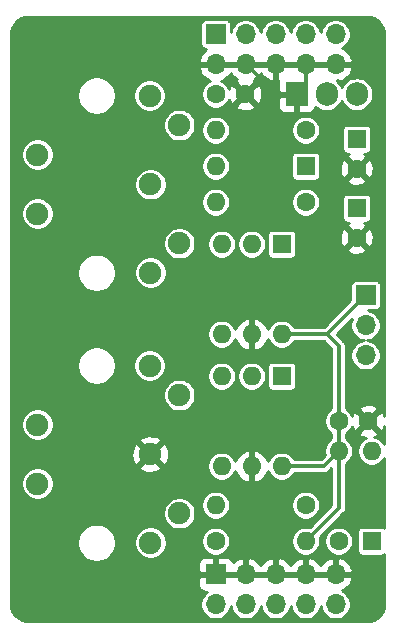
<source format=gbr>
%TF.GenerationSoftware,KiCad,Pcbnew,(5.1.6-0-10_14)*%
%TF.CreationDate,2020-08-30T21:53:01-07:00*%
%TF.ProjectId,bbf-midi,6262662d-6d69-4646-992e-6b696361645f,rev?*%
%TF.SameCoordinates,Original*%
%TF.FileFunction,Copper,L1,Top*%
%TF.FilePolarity,Positive*%
%FSLAX46Y46*%
G04 Gerber Fmt 4.6, Leading zero omitted, Abs format (unit mm)*
G04 Created by KiCad (PCBNEW (5.1.6-0-10_14)) date 2020-08-30 21:53:01*
%MOMM*%
%LPD*%
G01*
G04 APERTURE LIST*
%TA.AperFunction,ComponentPad*%
%ADD10C,1.600000*%
%TD*%
%TA.AperFunction,ComponentPad*%
%ADD11R,1.600000X1.600000*%
%TD*%
%TA.AperFunction,ComponentPad*%
%ADD12O,1.600000X1.600000*%
%TD*%
%TA.AperFunction,ComponentPad*%
%ADD13R,1.700000X1.700000*%
%TD*%
%TA.AperFunction,ComponentPad*%
%ADD14O,1.700000X1.700000*%
%TD*%
%TA.AperFunction,ComponentPad*%
%ADD15C,1.900000*%
%TD*%
%TA.AperFunction,ComponentPad*%
%ADD16R,1.905000X2.000000*%
%TD*%
%TA.AperFunction,ComponentPad*%
%ADD17O,1.905000X2.000000*%
%TD*%
%TA.AperFunction,Conductor*%
%ADD18C,0.350000*%
%TD*%
%TA.AperFunction,Conductor*%
%ADD19C,0.254000*%
%TD*%
G04 APERTURE END LIST*
D10*
%TO.P,C3,2*%
%TO.N,GND*%
X155154000Y-121666000D03*
%TO.P,C3,1*%
%TO.N,VCC*%
X152654000Y-121666000D03*
%TD*%
%TO.P,C4,1*%
%TO.N,Net-(C4-Pad1)*%
X142240000Y-93980000D03*
%TO.P,C4,2*%
%TO.N,GND*%
X144740000Y-93980000D03*
%TD*%
D11*
%TO.P,D1,1*%
%TO.N,Net-(D1-Pad1)*%
X149860000Y-100076000D03*
D12*
%TO.P,D1,2*%
%TO.N,Net-(D1-Pad2)*%
X142240000Y-100076000D03*
%TD*%
D13*
%TO.P,J1,1*%
%TO.N,+12V*%
X142240000Y-88900000D03*
D14*
%TO.P,J1,2*%
%TO.N,GND*%
X142240000Y-91440000D03*
%TO.P,J1,3*%
%TO.N,+12V*%
X144780000Y-88900000D03*
%TO.P,J1,4*%
%TO.N,GND*%
X144780000Y-91440000D03*
%TO.P,J1,5*%
%TO.N,+12V*%
X147320000Y-88900000D03*
%TO.P,J1,6*%
%TO.N,GND*%
X147320000Y-91440000D03*
%TO.P,J1,7*%
%TO.N,+12V*%
X149860000Y-88900000D03*
%TO.P,J1,8*%
%TO.N,GND*%
X149860000Y-91440000D03*
%TO.P,J1,9*%
%TO.N,+12V*%
X152400000Y-88900000D03*
%TO.P,J1,10*%
%TO.N,GND*%
X152400000Y-91440000D03*
%TD*%
%TO.P,J2,10*%
%TO.N,-12V*%
X152400000Y-137160000D03*
%TO.P,J2,9*%
%TO.N,GND*%
X152400000Y-134620000D03*
%TO.P,J2,8*%
%TO.N,-12V*%
X149860000Y-137160000D03*
%TO.P,J2,7*%
%TO.N,GND*%
X149860000Y-134620000D03*
%TO.P,J2,6*%
%TO.N,-12V*%
X147320000Y-137160000D03*
%TO.P,J2,5*%
%TO.N,GND*%
X147320000Y-134620000D03*
%TO.P,J2,4*%
%TO.N,-12V*%
X144780000Y-137160000D03*
%TO.P,J2,3*%
%TO.N,GND*%
X144780000Y-134620000D03*
%TO.P,J2,2*%
%TO.N,-12V*%
X142240000Y-137160000D03*
D13*
%TO.P,J2,1*%
%TO.N,GND*%
X142240000Y-134620000D03*
%TD*%
D15*
%TO.P,J3,1*%
%TO.N,N/C*%
X136710000Y-109100000D03*
%TO.P,J3,4*%
%TO.N,Net-(J3-Pad4)*%
X139160000Y-106600000D03*
%TO.P,J3,2*%
%TO.N,Net-(C4-Pad1)*%
X136710000Y-101600000D03*
%TO.P,J3,5*%
%TO.N,Net-(D1-Pad2)*%
X139160000Y-96600000D03*
%TO.P,J3,3*%
%TO.N,N/C*%
X136660000Y-94100000D03*
%TO.P,J3,S*%
X127160000Y-99100000D03*
X127160000Y-104100000D03*
%TD*%
%TO.P,J4,S*%
%TO.N,N/C*%
X127160000Y-126960000D03*
X127160000Y-121960000D03*
%TO.P,J4,3*%
X136660000Y-116960000D03*
%TO.P,J4,5*%
%TO.N,Net-(J4-Pad5)*%
X139160000Y-119460000D03*
%TO.P,J4,2*%
%TO.N,GND*%
X136710000Y-124460000D03*
%TO.P,J4,4*%
%TO.N,Net-(J4-Pad4)*%
X139160000Y-129460000D03*
%TO.P,J4,1*%
%TO.N,N/C*%
X136710000Y-131960000D03*
%TD*%
D13*
%TO.P,J5,1*%
%TO.N,VCC*%
X154940000Y-110998000D03*
D14*
%TO.P,J5,2*%
%TO.N,Net-(J5-Pad2)*%
X154940000Y-113538000D03*
%TO.P,J5,3*%
%TO.N,Net-(D2-Pad2)*%
X154940000Y-116078000D03*
%TD*%
D10*
%TO.P,R1,1*%
%TO.N,Net-(R1-Pad1)*%
X149860000Y-128778000D03*
D12*
%TO.P,R1,2*%
%TO.N,Net-(J4-Pad5)*%
X142240000Y-128778000D03*
%TD*%
D10*
%TO.P,R2,1*%
%TO.N,Net-(D1-Pad1)*%
X149860000Y-103124000D03*
D12*
%TO.P,R2,2*%
%TO.N,Net-(J3-Pad4)*%
X142240000Y-103124000D03*
%TD*%
%TO.P,R3,2*%
%TO.N,VCC*%
X149860000Y-131826000D03*
D10*
%TO.P,R3,1*%
%TO.N,Net-(J4-Pad4)*%
X142240000Y-131826000D03*
%TD*%
%TO.P,R5,1*%
%TO.N,Net-(J5-Pad2)*%
X149860000Y-97028000D03*
D12*
%TO.P,R5,2*%
%TO.N,VCC*%
X142240000Y-97028000D03*
%TD*%
D16*
%TO.P,U1,1*%
%TO.N,GND*%
X149098000Y-93980000D03*
D17*
%TO.P,U1,2*%
%TO.N,VCC*%
X151638000Y-93980000D03*
%TO.P,U1,3*%
%TO.N,+12V*%
X154178000Y-93980000D03*
%TD*%
D11*
%TO.P,U2,1*%
%TO.N,Net-(D1-Pad1)*%
X147828000Y-106680000D03*
D12*
%TO.P,U2,4*%
%TO.N,Net-(J5-Pad2)*%
X142748000Y-114300000D03*
%TO.P,U2,2*%
%TO.N,Net-(D1-Pad2)*%
X145288000Y-106680000D03*
%TO.P,U2,5*%
%TO.N,GND*%
X145288000Y-114300000D03*
%TO.P,U2,3*%
%TO.N,N/C*%
X142748000Y-106680000D03*
%TO.P,U2,6*%
%TO.N,VCC*%
X147828000Y-114300000D03*
%TD*%
D11*
%TO.P,C1,1*%
%TO.N,+12V*%
X154178000Y-97790000D03*
D10*
%TO.P,C1,2*%
%TO.N,GND*%
X154178000Y-100290000D03*
%TD*%
%TO.P,C2,2*%
%TO.N,GND*%
X154178000Y-106132000D03*
D11*
%TO.P,C2,1*%
%TO.N,VCC*%
X154178000Y-103632000D03*
%TD*%
%TO.P,D2,1*%
%TO.N,Net-(D2-Pad1)*%
X155448000Y-131826000D03*
D12*
%TO.P,D2,2*%
%TO.N,Net-(D2-Pad2)*%
X155448000Y-124206000D03*
%TD*%
D10*
%TO.P,R4,1*%
%TO.N,Net-(D2-Pad1)*%
X152654000Y-131826000D03*
D12*
%TO.P,R4,2*%
%TO.N,VCC*%
X152654000Y-124206000D03*
%TD*%
D11*
%TO.P,U3,1*%
%TO.N,Net-(D2-Pad1)*%
X147828000Y-117856000D03*
D12*
%TO.P,U3,4*%
%TO.N,Net-(R1-Pad1)*%
X142748000Y-125476000D03*
%TO.P,U3,2*%
%TO.N,Net-(D2-Pad2)*%
X145288000Y-117856000D03*
%TO.P,U3,5*%
%TO.N,GND*%
X145288000Y-125476000D03*
%TO.P,U3,3*%
%TO.N,N/C*%
X142748000Y-117856000D03*
%TO.P,U3,6*%
%TO.N,VCC*%
X147828000Y-125476000D03*
%TD*%
D18*
%TO.N,GND*%
X144780000Y-91440000D02*
X146304000Y-92964000D01*
X149860000Y-93218000D02*
X149098000Y-93980000D01*
X149860000Y-91440000D02*
X149860000Y-93218000D01*
%TO.N,VCC*%
X151638000Y-114300000D02*
X154940000Y-110998000D01*
X147828000Y-114300000D02*
X151638000Y-114300000D01*
X152654000Y-115316000D02*
X151638000Y-114300000D01*
X152654000Y-121666000D02*
X152654000Y-115316000D01*
X152654000Y-121666000D02*
X152654000Y-124206000D01*
X151384000Y-125476000D02*
X152654000Y-124206000D01*
X147828000Y-125476000D02*
X151384000Y-125476000D01*
X152654000Y-129032000D02*
X152654000Y-124206000D01*
X149860000Y-131826000D02*
X152654000Y-129032000D01*
%TD*%
D19*
%TO.N,GND*%
G36*
X155348803Y-87476798D02*
G01*
X155619869Y-87558639D01*
X155869878Y-87691571D01*
X156089305Y-87870531D01*
X156269796Y-88088707D01*
X156404469Y-88337780D01*
X156488200Y-88608271D01*
X156520001Y-88910838D01*
X156520000Y-121224189D01*
X156457603Y-121049708D01*
X156390671Y-120924486D01*
X156146702Y-120852903D01*
X155333605Y-121666000D01*
X156146702Y-122479097D01*
X156390671Y-122407514D01*
X156511571Y-122152004D01*
X156520000Y-122118376D01*
X156520000Y-123601821D01*
X156401073Y-123423833D01*
X156230167Y-123252927D01*
X156029202Y-123118647D01*
X155805903Y-123026153D01*
X155681408Y-123001389D01*
X155770292Y-122969603D01*
X155895514Y-122902671D01*
X155967097Y-122658702D01*
X155154000Y-121845605D01*
X154340903Y-122658702D01*
X154412486Y-122902671D01*
X154667996Y-123023571D01*
X154934846Y-123090461D01*
X154866798Y-123118647D01*
X154665833Y-123252927D01*
X154494927Y-123423833D01*
X154360647Y-123624798D01*
X154268153Y-123848097D01*
X154221000Y-124085151D01*
X154221000Y-124326849D01*
X154268153Y-124563903D01*
X154360647Y-124787202D01*
X154494927Y-124988167D01*
X154665833Y-125159073D01*
X154866798Y-125293353D01*
X155090097Y-125385847D01*
X155327151Y-125433000D01*
X155568849Y-125433000D01*
X155805903Y-125385847D01*
X156029202Y-125293353D01*
X156230167Y-125159073D01*
X156401073Y-124988167D01*
X156520000Y-124810179D01*
X156520000Y-130696840D01*
X156486376Y-130669245D01*
X156412196Y-130629595D01*
X156331707Y-130605178D01*
X156248000Y-130596934D01*
X154648000Y-130596934D01*
X154564293Y-130605178D01*
X154483804Y-130629595D01*
X154409624Y-130669245D01*
X154344605Y-130722605D01*
X154291245Y-130787624D01*
X154251595Y-130861804D01*
X154227178Y-130942293D01*
X154218934Y-131026000D01*
X154218934Y-132626000D01*
X154227178Y-132709707D01*
X154251595Y-132790196D01*
X154291245Y-132864376D01*
X154344605Y-132929395D01*
X154409624Y-132982755D01*
X154483804Y-133022405D01*
X154564293Y-133046822D01*
X154648000Y-133055066D01*
X156248000Y-133055066D01*
X156331707Y-133046822D01*
X156412196Y-133022405D01*
X156486376Y-132982755D01*
X156520000Y-132955160D01*
X156520000Y-137137892D01*
X156490202Y-137441803D01*
X156408361Y-137712870D01*
X156275430Y-137962878D01*
X156096465Y-138182309D01*
X155878293Y-138362796D01*
X155629223Y-138497467D01*
X155358729Y-138581200D01*
X155056172Y-138613000D01*
X126387108Y-138613000D01*
X126083197Y-138583202D01*
X125812130Y-138501361D01*
X125562122Y-138368430D01*
X125342691Y-138189465D01*
X125162204Y-137971293D01*
X125027533Y-137722223D01*
X124943800Y-137451729D01*
X124912000Y-137149172D01*
X124912000Y-135470000D01*
X140751928Y-135470000D01*
X140764188Y-135594482D01*
X140800498Y-135714180D01*
X140859463Y-135824494D01*
X140938815Y-135921185D01*
X141035506Y-136000537D01*
X141145820Y-136059502D01*
X141265518Y-136095812D01*
X141390000Y-136108072D01*
X141516815Y-136107382D01*
X141425960Y-136168089D01*
X141248089Y-136345960D01*
X141108337Y-136555114D01*
X141012074Y-136787513D01*
X140963000Y-137034226D01*
X140963000Y-137285774D01*
X141012074Y-137532487D01*
X141108337Y-137764886D01*
X141248089Y-137974040D01*
X141425960Y-138151911D01*
X141635114Y-138291663D01*
X141867513Y-138387926D01*
X142114226Y-138437000D01*
X142365774Y-138437000D01*
X142612487Y-138387926D01*
X142844886Y-138291663D01*
X143054040Y-138151911D01*
X143231911Y-137974040D01*
X143371663Y-137764886D01*
X143467926Y-137532487D01*
X143510000Y-137320966D01*
X143552074Y-137532487D01*
X143648337Y-137764886D01*
X143788089Y-137974040D01*
X143965960Y-138151911D01*
X144175114Y-138291663D01*
X144407513Y-138387926D01*
X144654226Y-138437000D01*
X144905774Y-138437000D01*
X145152487Y-138387926D01*
X145384886Y-138291663D01*
X145594040Y-138151911D01*
X145771911Y-137974040D01*
X145911663Y-137764886D01*
X146007926Y-137532487D01*
X146050000Y-137320966D01*
X146092074Y-137532487D01*
X146188337Y-137764886D01*
X146328089Y-137974040D01*
X146505960Y-138151911D01*
X146715114Y-138291663D01*
X146947513Y-138387926D01*
X147194226Y-138437000D01*
X147445774Y-138437000D01*
X147692487Y-138387926D01*
X147924886Y-138291663D01*
X148134040Y-138151911D01*
X148311911Y-137974040D01*
X148451663Y-137764886D01*
X148547926Y-137532487D01*
X148590000Y-137320966D01*
X148632074Y-137532487D01*
X148728337Y-137764886D01*
X148868089Y-137974040D01*
X149045960Y-138151911D01*
X149255114Y-138291663D01*
X149487513Y-138387926D01*
X149734226Y-138437000D01*
X149985774Y-138437000D01*
X150232487Y-138387926D01*
X150464886Y-138291663D01*
X150674040Y-138151911D01*
X150851911Y-137974040D01*
X150991663Y-137764886D01*
X151087926Y-137532487D01*
X151130000Y-137320966D01*
X151172074Y-137532487D01*
X151268337Y-137764886D01*
X151408089Y-137974040D01*
X151585960Y-138151911D01*
X151795114Y-138291663D01*
X152027513Y-138387926D01*
X152274226Y-138437000D01*
X152525774Y-138437000D01*
X152772487Y-138387926D01*
X153004886Y-138291663D01*
X153214040Y-138151911D01*
X153391911Y-137974040D01*
X153531663Y-137764886D01*
X153627926Y-137532487D01*
X153677000Y-137285774D01*
X153677000Y-137034226D01*
X153627926Y-136787513D01*
X153531663Y-136555114D01*
X153391911Y-136345960D01*
X153214040Y-136168089D01*
X153004886Y-136028337D01*
X152938051Y-136000653D01*
X153166920Y-135891641D01*
X153400269Y-135717588D01*
X153595178Y-135501355D01*
X153744157Y-135251252D01*
X153841481Y-134976891D01*
X153720814Y-134747000D01*
X152527000Y-134747000D01*
X152527000Y-134767000D01*
X152273000Y-134767000D01*
X152273000Y-134747000D01*
X149987000Y-134747000D01*
X149987000Y-134767000D01*
X149733000Y-134767000D01*
X149733000Y-134747000D01*
X147447000Y-134747000D01*
X147447000Y-134767000D01*
X147193000Y-134767000D01*
X147193000Y-134747000D01*
X144907000Y-134747000D01*
X144907000Y-134767000D01*
X144653000Y-134767000D01*
X144653000Y-134747000D01*
X142367000Y-134747000D01*
X142367000Y-134767000D01*
X142113000Y-134767000D01*
X142113000Y-134747000D01*
X140913750Y-134747000D01*
X140755000Y-134905750D01*
X140751928Y-135470000D01*
X124912000Y-135470000D01*
X124912000Y-133770000D01*
X140751928Y-133770000D01*
X140755000Y-134334250D01*
X140913750Y-134493000D01*
X142113000Y-134493000D01*
X142113000Y-133293750D01*
X142367000Y-133293750D01*
X142367000Y-134493000D01*
X144653000Y-134493000D01*
X144653000Y-133299845D01*
X144907000Y-133299845D01*
X144907000Y-134493000D01*
X147193000Y-134493000D01*
X147193000Y-133299845D01*
X147447000Y-133299845D01*
X147447000Y-134493000D01*
X149733000Y-134493000D01*
X149733000Y-133299845D01*
X149987000Y-133299845D01*
X149987000Y-134493000D01*
X152273000Y-134493000D01*
X152273000Y-133299845D01*
X152527000Y-133299845D01*
X152527000Y-134493000D01*
X153720814Y-134493000D01*
X153841481Y-134263109D01*
X153744157Y-133988748D01*
X153595178Y-133738645D01*
X153400269Y-133522412D01*
X153166920Y-133348359D01*
X152904099Y-133223175D01*
X152756890Y-133178524D01*
X152527000Y-133299845D01*
X152273000Y-133299845D01*
X152043110Y-133178524D01*
X151895901Y-133223175D01*
X151633080Y-133348359D01*
X151399731Y-133522412D01*
X151204822Y-133738645D01*
X151130000Y-133864255D01*
X151055178Y-133738645D01*
X150860269Y-133522412D01*
X150626920Y-133348359D01*
X150364099Y-133223175D01*
X150216890Y-133178524D01*
X149987000Y-133299845D01*
X149733000Y-133299845D01*
X149503110Y-133178524D01*
X149355901Y-133223175D01*
X149093080Y-133348359D01*
X148859731Y-133522412D01*
X148664822Y-133738645D01*
X148590000Y-133864255D01*
X148515178Y-133738645D01*
X148320269Y-133522412D01*
X148086920Y-133348359D01*
X147824099Y-133223175D01*
X147676890Y-133178524D01*
X147447000Y-133299845D01*
X147193000Y-133299845D01*
X146963110Y-133178524D01*
X146815901Y-133223175D01*
X146553080Y-133348359D01*
X146319731Y-133522412D01*
X146124822Y-133738645D01*
X146050000Y-133864255D01*
X145975178Y-133738645D01*
X145780269Y-133522412D01*
X145546920Y-133348359D01*
X145284099Y-133223175D01*
X145136890Y-133178524D01*
X144907000Y-133299845D01*
X144653000Y-133299845D01*
X144423110Y-133178524D01*
X144275901Y-133223175D01*
X144013080Y-133348359D01*
X143779731Y-133522412D01*
X143703966Y-133606466D01*
X143679502Y-133525820D01*
X143620537Y-133415506D01*
X143541185Y-133318815D01*
X143444494Y-133239463D01*
X143334180Y-133180498D01*
X143214482Y-133144188D01*
X143090000Y-133131928D01*
X142525750Y-133135000D01*
X142367000Y-133293750D01*
X142113000Y-133293750D01*
X141954250Y-133135000D01*
X141390000Y-133131928D01*
X141265518Y-133144188D01*
X141145820Y-133180498D01*
X141035506Y-133239463D01*
X140938815Y-133318815D01*
X140859463Y-133415506D01*
X140800498Y-133525820D01*
X140764188Y-133645518D01*
X140751928Y-133770000D01*
X124912000Y-133770000D01*
X124912000Y-131799755D01*
X130533000Y-131799755D01*
X130533000Y-132120245D01*
X130595525Y-132434578D01*
X130718172Y-132730673D01*
X130896227Y-132997152D01*
X131122848Y-133223773D01*
X131389327Y-133401828D01*
X131685422Y-133524475D01*
X131999755Y-133587000D01*
X132320245Y-133587000D01*
X132634578Y-133524475D01*
X132930673Y-133401828D01*
X133197152Y-133223773D01*
X133423773Y-132997152D01*
X133601828Y-132730673D01*
X133724475Y-132434578D01*
X133787000Y-132120245D01*
X133787000Y-131824377D01*
X135333000Y-131824377D01*
X135333000Y-132095623D01*
X135385917Y-132361656D01*
X135489718Y-132612254D01*
X135640414Y-132837787D01*
X135832213Y-133029586D01*
X136057746Y-133180282D01*
X136308344Y-133284083D01*
X136574377Y-133337000D01*
X136845623Y-133337000D01*
X137111656Y-133284083D01*
X137362254Y-133180282D01*
X137587787Y-133029586D01*
X137779586Y-132837787D01*
X137930282Y-132612254D01*
X138034083Y-132361656D01*
X138087000Y-132095623D01*
X138087000Y-131824377D01*
X138063285Y-131705151D01*
X141013000Y-131705151D01*
X141013000Y-131946849D01*
X141060153Y-132183903D01*
X141152647Y-132407202D01*
X141286927Y-132608167D01*
X141457833Y-132779073D01*
X141658798Y-132913353D01*
X141882097Y-133005847D01*
X142119151Y-133053000D01*
X142360849Y-133053000D01*
X142597903Y-133005847D01*
X142821202Y-132913353D01*
X143022167Y-132779073D01*
X143193073Y-132608167D01*
X143327353Y-132407202D01*
X143419847Y-132183903D01*
X143467000Y-131946849D01*
X143467000Y-131705151D01*
X143419847Y-131468097D01*
X143327353Y-131244798D01*
X143193073Y-131043833D01*
X143022167Y-130872927D01*
X142821202Y-130738647D01*
X142597903Y-130646153D01*
X142360849Y-130599000D01*
X142119151Y-130599000D01*
X141882097Y-130646153D01*
X141658798Y-130738647D01*
X141457833Y-130872927D01*
X141286927Y-131043833D01*
X141152647Y-131244798D01*
X141060153Y-131468097D01*
X141013000Y-131705151D01*
X138063285Y-131705151D01*
X138034083Y-131558344D01*
X137930282Y-131307746D01*
X137779586Y-131082213D01*
X137587787Y-130890414D01*
X137362254Y-130739718D01*
X137111656Y-130635917D01*
X136845623Y-130583000D01*
X136574377Y-130583000D01*
X136308344Y-130635917D01*
X136057746Y-130739718D01*
X135832213Y-130890414D01*
X135640414Y-131082213D01*
X135489718Y-131307746D01*
X135385917Y-131558344D01*
X135333000Y-131824377D01*
X133787000Y-131824377D01*
X133787000Y-131799755D01*
X133724475Y-131485422D01*
X133601828Y-131189327D01*
X133423773Y-130922848D01*
X133197152Y-130696227D01*
X132930673Y-130518172D01*
X132634578Y-130395525D01*
X132320245Y-130333000D01*
X131999755Y-130333000D01*
X131685422Y-130395525D01*
X131389327Y-130518172D01*
X131122848Y-130696227D01*
X130896227Y-130922848D01*
X130718172Y-131189327D01*
X130595525Y-131485422D01*
X130533000Y-131799755D01*
X124912000Y-131799755D01*
X124912000Y-129324377D01*
X137783000Y-129324377D01*
X137783000Y-129595623D01*
X137835917Y-129861656D01*
X137939718Y-130112254D01*
X138090414Y-130337787D01*
X138282213Y-130529586D01*
X138507746Y-130680282D01*
X138758344Y-130784083D01*
X139024377Y-130837000D01*
X139295623Y-130837000D01*
X139561656Y-130784083D01*
X139812254Y-130680282D01*
X140037787Y-130529586D01*
X140229586Y-130337787D01*
X140380282Y-130112254D01*
X140484083Y-129861656D01*
X140537000Y-129595623D01*
X140537000Y-129324377D01*
X140484083Y-129058344D01*
X140380282Y-128807746D01*
X140279658Y-128657151D01*
X141013000Y-128657151D01*
X141013000Y-128898849D01*
X141060153Y-129135903D01*
X141152647Y-129359202D01*
X141286927Y-129560167D01*
X141457833Y-129731073D01*
X141658798Y-129865353D01*
X141882097Y-129957847D01*
X142119151Y-130005000D01*
X142360849Y-130005000D01*
X142597903Y-129957847D01*
X142821202Y-129865353D01*
X143022167Y-129731073D01*
X143193073Y-129560167D01*
X143327353Y-129359202D01*
X143419847Y-129135903D01*
X143467000Y-128898849D01*
X143467000Y-128657151D01*
X148633000Y-128657151D01*
X148633000Y-128898849D01*
X148680153Y-129135903D01*
X148772647Y-129359202D01*
X148906927Y-129560167D01*
X149077833Y-129731073D01*
X149278798Y-129865353D01*
X149502097Y-129957847D01*
X149739151Y-130005000D01*
X149980849Y-130005000D01*
X150217903Y-129957847D01*
X150441202Y-129865353D01*
X150642167Y-129731073D01*
X150813073Y-129560167D01*
X150947353Y-129359202D01*
X151039847Y-129135903D01*
X151087000Y-128898849D01*
X151087000Y-128657151D01*
X151039847Y-128420097D01*
X150947353Y-128196798D01*
X150813073Y-127995833D01*
X150642167Y-127824927D01*
X150441202Y-127690647D01*
X150217903Y-127598153D01*
X149980849Y-127551000D01*
X149739151Y-127551000D01*
X149502097Y-127598153D01*
X149278798Y-127690647D01*
X149077833Y-127824927D01*
X148906927Y-127995833D01*
X148772647Y-128196798D01*
X148680153Y-128420097D01*
X148633000Y-128657151D01*
X143467000Y-128657151D01*
X143419847Y-128420097D01*
X143327353Y-128196798D01*
X143193073Y-127995833D01*
X143022167Y-127824927D01*
X142821202Y-127690647D01*
X142597903Y-127598153D01*
X142360849Y-127551000D01*
X142119151Y-127551000D01*
X141882097Y-127598153D01*
X141658798Y-127690647D01*
X141457833Y-127824927D01*
X141286927Y-127995833D01*
X141152647Y-128196798D01*
X141060153Y-128420097D01*
X141013000Y-128657151D01*
X140279658Y-128657151D01*
X140229586Y-128582213D01*
X140037787Y-128390414D01*
X139812254Y-128239718D01*
X139561656Y-128135917D01*
X139295623Y-128083000D01*
X139024377Y-128083000D01*
X138758344Y-128135917D01*
X138507746Y-128239718D01*
X138282213Y-128390414D01*
X138090414Y-128582213D01*
X137939718Y-128807746D01*
X137835917Y-129058344D01*
X137783000Y-129324377D01*
X124912000Y-129324377D01*
X124912000Y-126824377D01*
X125783000Y-126824377D01*
X125783000Y-127095623D01*
X125835917Y-127361656D01*
X125939718Y-127612254D01*
X126090414Y-127837787D01*
X126282213Y-128029586D01*
X126507746Y-128180282D01*
X126758344Y-128284083D01*
X127024377Y-128337000D01*
X127295623Y-128337000D01*
X127561656Y-128284083D01*
X127812254Y-128180282D01*
X128037787Y-128029586D01*
X128229586Y-127837787D01*
X128380282Y-127612254D01*
X128484083Y-127361656D01*
X128537000Y-127095623D01*
X128537000Y-126824377D01*
X128484083Y-126558344D01*
X128380282Y-126307746D01*
X128229586Y-126082213D01*
X128037787Y-125890414D01*
X127812254Y-125739718D01*
X127561656Y-125635917D01*
X127295623Y-125583000D01*
X127024377Y-125583000D01*
X126758344Y-125635917D01*
X126507746Y-125739718D01*
X126282213Y-125890414D01*
X126090414Y-126082213D01*
X125939718Y-126307746D01*
X125835917Y-126558344D01*
X125783000Y-126824377D01*
X124912000Y-126824377D01*
X124912000Y-125559752D01*
X135789853Y-125559752D01*
X135879579Y-125819042D01*
X136160671Y-125954935D01*
X136462873Y-126033379D01*
X136774573Y-126051359D01*
X137083791Y-126008184D01*
X137378644Y-125905513D01*
X137540421Y-125819042D01*
X137630147Y-125559752D01*
X136710000Y-124639605D01*
X135789853Y-125559752D01*
X124912000Y-125559752D01*
X124912000Y-124524573D01*
X135118641Y-124524573D01*
X135161816Y-124833791D01*
X135264487Y-125128644D01*
X135350958Y-125290421D01*
X135610248Y-125380147D01*
X136530395Y-124460000D01*
X136889605Y-124460000D01*
X137809752Y-125380147D01*
X137881985Y-125355151D01*
X141521000Y-125355151D01*
X141521000Y-125596849D01*
X141568153Y-125833903D01*
X141660647Y-126057202D01*
X141794927Y-126258167D01*
X141965833Y-126429073D01*
X142166798Y-126563353D01*
X142390097Y-126655847D01*
X142627151Y-126703000D01*
X142868849Y-126703000D01*
X143105903Y-126655847D01*
X143329202Y-126563353D01*
X143530167Y-126429073D01*
X143701073Y-126258167D01*
X143835353Y-126057202D01*
X143912517Y-125870912D01*
X143990930Y-126089881D01*
X144135615Y-126331131D01*
X144324586Y-126539519D01*
X144550580Y-126707037D01*
X144804913Y-126827246D01*
X144938961Y-126867904D01*
X145161000Y-126745915D01*
X145161000Y-125603000D01*
X145141000Y-125603000D01*
X145141000Y-125349000D01*
X145161000Y-125349000D01*
X145161000Y-124206085D01*
X144938961Y-124084096D01*
X144804913Y-124124754D01*
X144550580Y-124244963D01*
X144324586Y-124412481D01*
X144135615Y-124620869D01*
X143990930Y-124862119D01*
X143912517Y-125081088D01*
X143835353Y-124894798D01*
X143701073Y-124693833D01*
X143530167Y-124522927D01*
X143329202Y-124388647D01*
X143105903Y-124296153D01*
X142868849Y-124249000D01*
X142627151Y-124249000D01*
X142390097Y-124296153D01*
X142166798Y-124388647D01*
X141965833Y-124522927D01*
X141794927Y-124693833D01*
X141660647Y-124894798D01*
X141568153Y-125118097D01*
X141521000Y-125355151D01*
X137881985Y-125355151D01*
X138069042Y-125290421D01*
X138204935Y-125009329D01*
X138283379Y-124707127D01*
X138301359Y-124395427D01*
X138258184Y-124086209D01*
X138155513Y-123791356D01*
X138069042Y-123629579D01*
X137809752Y-123539853D01*
X136889605Y-124460000D01*
X136530395Y-124460000D01*
X135610248Y-123539853D01*
X135350958Y-123629579D01*
X135215065Y-123910671D01*
X135136621Y-124212873D01*
X135118641Y-124524573D01*
X124912000Y-124524573D01*
X124912000Y-123360248D01*
X135789853Y-123360248D01*
X136710000Y-124280395D01*
X137630147Y-123360248D01*
X137540421Y-123100958D01*
X137259329Y-122965065D01*
X136957127Y-122886621D01*
X136645427Y-122868641D01*
X136336209Y-122911816D01*
X136041356Y-123014487D01*
X135879579Y-123100958D01*
X135789853Y-123360248D01*
X124912000Y-123360248D01*
X124912000Y-121824377D01*
X125783000Y-121824377D01*
X125783000Y-122095623D01*
X125835917Y-122361656D01*
X125939718Y-122612254D01*
X126090414Y-122837787D01*
X126282213Y-123029586D01*
X126507746Y-123180282D01*
X126758344Y-123284083D01*
X127024377Y-123337000D01*
X127295623Y-123337000D01*
X127561656Y-123284083D01*
X127812254Y-123180282D01*
X128037787Y-123029586D01*
X128229586Y-122837787D01*
X128380282Y-122612254D01*
X128484083Y-122361656D01*
X128537000Y-122095623D01*
X128537000Y-121824377D01*
X128484083Y-121558344D01*
X128380282Y-121307746D01*
X128229586Y-121082213D01*
X128037787Y-120890414D01*
X127812254Y-120739718D01*
X127561656Y-120635917D01*
X127295623Y-120583000D01*
X127024377Y-120583000D01*
X126758344Y-120635917D01*
X126507746Y-120739718D01*
X126282213Y-120890414D01*
X126090414Y-121082213D01*
X125939718Y-121307746D01*
X125835917Y-121558344D01*
X125783000Y-121824377D01*
X124912000Y-121824377D01*
X124912000Y-119324377D01*
X137783000Y-119324377D01*
X137783000Y-119595623D01*
X137835917Y-119861656D01*
X137939718Y-120112254D01*
X138090414Y-120337787D01*
X138282213Y-120529586D01*
X138507746Y-120680282D01*
X138758344Y-120784083D01*
X139024377Y-120837000D01*
X139295623Y-120837000D01*
X139561656Y-120784083D01*
X139812254Y-120680282D01*
X140037787Y-120529586D01*
X140229586Y-120337787D01*
X140380282Y-120112254D01*
X140484083Y-119861656D01*
X140537000Y-119595623D01*
X140537000Y-119324377D01*
X140484083Y-119058344D01*
X140380282Y-118807746D01*
X140229586Y-118582213D01*
X140037787Y-118390414D01*
X139812254Y-118239718D01*
X139561656Y-118135917D01*
X139295623Y-118083000D01*
X139024377Y-118083000D01*
X138758344Y-118135917D01*
X138507746Y-118239718D01*
X138282213Y-118390414D01*
X138090414Y-118582213D01*
X137939718Y-118807746D01*
X137835917Y-119058344D01*
X137783000Y-119324377D01*
X124912000Y-119324377D01*
X124912000Y-116799755D01*
X130533000Y-116799755D01*
X130533000Y-117120245D01*
X130595525Y-117434578D01*
X130718172Y-117730673D01*
X130896227Y-117997152D01*
X131122848Y-118223773D01*
X131389327Y-118401828D01*
X131685422Y-118524475D01*
X131999755Y-118587000D01*
X132320245Y-118587000D01*
X132634578Y-118524475D01*
X132930673Y-118401828D01*
X133197152Y-118223773D01*
X133423773Y-117997152D01*
X133601828Y-117730673D01*
X133724475Y-117434578D01*
X133787000Y-117120245D01*
X133787000Y-116824377D01*
X135283000Y-116824377D01*
X135283000Y-117095623D01*
X135335917Y-117361656D01*
X135439718Y-117612254D01*
X135590414Y-117837787D01*
X135782213Y-118029586D01*
X136007746Y-118180282D01*
X136258344Y-118284083D01*
X136524377Y-118337000D01*
X136795623Y-118337000D01*
X137061656Y-118284083D01*
X137312254Y-118180282D01*
X137537787Y-118029586D01*
X137729586Y-117837787D01*
X137798165Y-117735151D01*
X141521000Y-117735151D01*
X141521000Y-117976849D01*
X141568153Y-118213903D01*
X141660647Y-118437202D01*
X141794927Y-118638167D01*
X141965833Y-118809073D01*
X142166798Y-118943353D01*
X142390097Y-119035847D01*
X142627151Y-119083000D01*
X142868849Y-119083000D01*
X143105903Y-119035847D01*
X143329202Y-118943353D01*
X143530167Y-118809073D01*
X143701073Y-118638167D01*
X143835353Y-118437202D01*
X143927847Y-118213903D01*
X143975000Y-117976849D01*
X143975000Y-117735151D01*
X144061000Y-117735151D01*
X144061000Y-117976849D01*
X144108153Y-118213903D01*
X144200647Y-118437202D01*
X144334927Y-118638167D01*
X144505833Y-118809073D01*
X144706798Y-118943353D01*
X144930097Y-119035847D01*
X145167151Y-119083000D01*
X145408849Y-119083000D01*
X145645903Y-119035847D01*
X145869202Y-118943353D01*
X146070167Y-118809073D01*
X146241073Y-118638167D01*
X146375353Y-118437202D01*
X146467847Y-118213903D01*
X146515000Y-117976849D01*
X146515000Y-117735151D01*
X146467847Y-117498097D01*
X146375353Y-117274798D01*
X146241073Y-117073833D01*
X146223240Y-117056000D01*
X146598934Y-117056000D01*
X146598934Y-118656000D01*
X146607178Y-118739707D01*
X146631595Y-118820196D01*
X146671245Y-118894376D01*
X146724605Y-118959395D01*
X146789624Y-119012755D01*
X146863804Y-119052405D01*
X146944293Y-119076822D01*
X147028000Y-119085066D01*
X148628000Y-119085066D01*
X148711707Y-119076822D01*
X148792196Y-119052405D01*
X148866376Y-119012755D01*
X148931395Y-118959395D01*
X148984755Y-118894376D01*
X149024405Y-118820196D01*
X149048822Y-118739707D01*
X149057066Y-118656000D01*
X149057066Y-117056000D01*
X149048822Y-116972293D01*
X149024405Y-116891804D01*
X148984755Y-116817624D01*
X148931395Y-116752605D01*
X148866376Y-116699245D01*
X148792196Y-116659595D01*
X148711707Y-116635178D01*
X148628000Y-116626934D01*
X147028000Y-116626934D01*
X146944293Y-116635178D01*
X146863804Y-116659595D01*
X146789624Y-116699245D01*
X146724605Y-116752605D01*
X146671245Y-116817624D01*
X146631595Y-116891804D01*
X146607178Y-116972293D01*
X146598934Y-117056000D01*
X146223240Y-117056000D01*
X146070167Y-116902927D01*
X145869202Y-116768647D01*
X145645903Y-116676153D01*
X145408849Y-116629000D01*
X145167151Y-116629000D01*
X144930097Y-116676153D01*
X144706798Y-116768647D01*
X144505833Y-116902927D01*
X144334927Y-117073833D01*
X144200647Y-117274798D01*
X144108153Y-117498097D01*
X144061000Y-117735151D01*
X143975000Y-117735151D01*
X143927847Y-117498097D01*
X143835353Y-117274798D01*
X143701073Y-117073833D01*
X143530167Y-116902927D01*
X143329202Y-116768647D01*
X143105903Y-116676153D01*
X142868849Y-116629000D01*
X142627151Y-116629000D01*
X142390097Y-116676153D01*
X142166798Y-116768647D01*
X141965833Y-116902927D01*
X141794927Y-117073833D01*
X141660647Y-117274798D01*
X141568153Y-117498097D01*
X141521000Y-117735151D01*
X137798165Y-117735151D01*
X137880282Y-117612254D01*
X137984083Y-117361656D01*
X138037000Y-117095623D01*
X138037000Y-116824377D01*
X137984083Y-116558344D01*
X137880282Y-116307746D01*
X137729586Y-116082213D01*
X137537787Y-115890414D01*
X137312254Y-115739718D01*
X137061656Y-115635917D01*
X136795623Y-115583000D01*
X136524377Y-115583000D01*
X136258344Y-115635917D01*
X136007746Y-115739718D01*
X135782213Y-115890414D01*
X135590414Y-116082213D01*
X135439718Y-116307746D01*
X135335917Y-116558344D01*
X135283000Y-116824377D01*
X133787000Y-116824377D01*
X133787000Y-116799755D01*
X133724475Y-116485422D01*
X133601828Y-116189327D01*
X133423773Y-115922848D01*
X133197152Y-115696227D01*
X132930673Y-115518172D01*
X132634578Y-115395525D01*
X132320245Y-115333000D01*
X131999755Y-115333000D01*
X131685422Y-115395525D01*
X131389327Y-115518172D01*
X131122848Y-115696227D01*
X130896227Y-115922848D01*
X130718172Y-116189327D01*
X130595525Y-116485422D01*
X130533000Y-116799755D01*
X124912000Y-116799755D01*
X124912000Y-114179151D01*
X141521000Y-114179151D01*
X141521000Y-114420849D01*
X141568153Y-114657903D01*
X141660647Y-114881202D01*
X141794927Y-115082167D01*
X141965833Y-115253073D01*
X142166798Y-115387353D01*
X142390097Y-115479847D01*
X142627151Y-115527000D01*
X142868849Y-115527000D01*
X143105903Y-115479847D01*
X143329202Y-115387353D01*
X143530167Y-115253073D01*
X143701073Y-115082167D01*
X143835353Y-114881202D01*
X143912517Y-114694912D01*
X143990930Y-114913881D01*
X144135615Y-115155131D01*
X144324586Y-115363519D01*
X144550580Y-115531037D01*
X144804913Y-115651246D01*
X144938961Y-115691904D01*
X145161000Y-115569915D01*
X145161000Y-114427000D01*
X145141000Y-114427000D01*
X145141000Y-114173000D01*
X145161000Y-114173000D01*
X145161000Y-113030085D01*
X145415000Y-113030085D01*
X145415000Y-114173000D01*
X145435000Y-114173000D01*
X145435000Y-114427000D01*
X145415000Y-114427000D01*
X145415000Y-115569915D01*
X145637039Y-115691904D01*
X145771087Y-115651246D01*
X146025420Y-115531037D01*
X146251414Y-115363519D01*
X146440385Y-115155131D01*
X146585070Y-114913881D01*
X146663483Y-114694912D01*
X146740647Y-114881202D01*
X146874927Y-115082167D01*
X147045833Y-115253073D01*
X147246798Y-115387353D01*
X147470097Y-115479847D01*
X147707151Y-115527000D01*
X147948849Y-115527000D01*
X148185903Y-115479847D01*
X148409202Y-115387353D01*
X148610167Y-115253073D01*
X148781073Y-115082167D01*
X148901456Y-114902000D01*
X151388645Y-114902000D01*
X152052001Y-115565357D01*
X152052000Y-120592544D01*
X151871833Y-120712927D01*
X151700927Y-120883833D01*
X151566647Y-121084798D01*
X151474153Y-121308097D01*
X151427000Y-121545151D01*
X151427000Y-121786849D01*
X151474153Y-122023903D01*
X151566647Y-122247202D01*
X151700927Y-122448167D01*
X151871833Y-122619073D01*
X152052000Y-122739457D01*
X152052001Y-123132543D01*
X151871833Y-123252927D01*
X151700927Y-123423833D01*
X151566647Y-123624798D01*
X151474153Y-123848097D01*
X151427000Y-124085151D01*
X151427000Y-124326849D01*
X151469273Y-124539371D01*
X151134645Y-124874000D01*
X148901456Y-124874000D01*
X148781073Y-124693833D01*
X148610167Y-124522927D01*
X148409202Y-124388647D01*
X148185903Y-124296153D01*
X147948849Y-124249000D01*
X147707151Y-124249000D01*
X147470097Y-124296153D01*
X147246798Y-124388647D01*
X147045833Y-124522927D01*
X146874927Y-124693833D01*
X146740647Y-124894798D01*
X146663483Y-125081088D01*
X146585070Y-124862119D01*
X146440385Y-124620869D01*
X146251414Y-124412481D01*
X146025420Y-124244963D01*
X145771087Y-124124754D01*
X145637039Y-124084096D01*
X145415000Y-124206085D01*
X145415000Y-125349000D01*
X145435000Y-125349000D01*
X145435000Y-125603000D01*
X145415000Y-125603000D01*
X145415000Y-126745915D01*
X145637039Y-126867904D01*
X145771087Y-126827246D01*
X146025420Y-126707037D01*
X146251414Y-126539519D01*
X146440385Y-126331131D01*
X146585070Y-126089881D01*
X146663483Y-125870912D01*
X146740647Y-126057202D01*
X146874927Y-126258167D01*
X147045833Y-126429073D01*
X147246798Y-126563353D01*
X147470097Y-126655847D01*
X147707151Y-126703000D01*
X147948849Y-126703000D01*
X148185903Y-126655847D01*
X148409202Y-126563353D01*
X148610167Y-126429073D01*
X148781073Y-126258167D01*
X148901456Y-126078000D01*
X151354444Y-126078000D01*
X151384000Y-126080911D01*
X151413556Y-126078000D01*
X151413566Y-126078000D01*
X151502012Y-126069289D01*
X151615490Y-126034866D01*
X151720071Y-125978966D01*
X151811737Y-125903737D01*
X151830589Y-125880766D01*
X152052001Y-125659355D01*
X152052000Y-128782644D01*
X150193371Y-130641273D01*
X149980849Y-130599000D01*
X149739151Y-130599000D01*
X149502097Y-130646153D01*
X149278798Y-130738647D01*
X149077833Y-130872927D01*
X148906927Y-131043833D01*
X148772647Y-131244798D01*
X148680153Y-131468097D01*
X148633000Y-131705151D01*
X148633000Y-131946849D01*
X148680153Y-132183903D01*
X148772647Y-132407202D01*
X148906927Y-132608167D01*
X149077833Y-132779073D01*
X149278798Y-132913353D01*
X149502097Y-133005847D01*
X149739151Y-133053000D01*
X149980849Y-133053000D01*
X150217903Y-133005847D01*
X150441202Y-132913353D01*
X150642167Y-132779073D01*
X150813073Y-132608167D01*
X150947353Y-132407202D01*
X151039847Y-132183903D01*
X151087000Y-131946849D01*
X151087000Y-131705151D01*
X151427000Y-131705151D01*
X151427000Y-131946849D01*
X151474153Y-132183903D01*
X151566647Y-132407202D01*
X151700927Y-132608167D01*
X151871833Y-132779073D01*
X152072798Y-132913353D01*
X152296097Y-133005847D01*
X152533151Y-133053000D01*
X152774849Y-133053000D01*
X153011903Y-133005847D01*
X153235202Y-132913353D01*
X153436167Y-132779073D01*
X153607073Y-132608167D01*
X153741353Y-132407202D01*
X153833847Y-132183903D01*
X153881000Y-131946849D01*
X153881000Y-131705151D01*
X153833847Y-131468097D01*
X153741353Y-131244798D01*
X153607073Y-131043833D01*
X153436167Y-130872927D01*
X153235202Y-130738647D01*
X153011903Y-130646153D01*
X152774849Y-130599000D01*
X152533151Y-130599000D01*
X152296097Y-130646153D01*
X152072798Y-130738647D01*
X151871833Y-130872927D01*
X151700927Y-131043833D01*
X151566647Y-131244798D01*
X151474153Y-131468097D01*
X151427000Y-131705151D01*
X151087000Y-131705151D01*
X151044727Y-131492629D01*
X153058773Y-129478583D01*
X153081737Y-129459737D01*
X153156966Y-129368071D01*
X153212866Y-129263490D01*
X153247289Y-129150012D01*
X153256000Y-129061566D01*
X153256000Y-129061557D01*
X153258911Y-129032000D01*
X153256000Y-129002444D01*
X153256000Y-125279456D01*
X153436167Y-125159073D01*
X153607073Y-124988167D01*
X153741353Y-124787202D01*
X153833847Y-124563903D01*
X153881000Y-124326849D01*
X153881000Y-124085151D01*
X153833847Y-123848097D01*
X153741353Y-123624798D01*
X153607073Y-123423833D01*
X153436167Y-123252927D01*
X153256000Y-123132544D01*
X153256000Y-122739456D01*
X153436167Y-122619073D01*
X153607073Y-122448167D01*
X153741353Y-122247202D01*
X153793139Y-122122181D01*
X153850397Y-122282292D01*
X153917329Y-122407514D01*
X154161298Y-122479097D01*
X154974395Y-121666000D01*
X154161298Y-120852903D01*
X153917329Y-120924486D01*
X153796429Y-121179996D01*
X153790531Y-121203524D01*
X153741353Y-121084798D01*
X153607073Y-120883833D01*
X153436167Y-120712927D01*
X153376858Y-120673298D01*
X154340903Y-120673298D01*
X155154000Y-121486395D01*
X155967097Y-120673298D01*
X155895514Y-120429329D01*
X155640004Y-120308429D01*
X155365816Y-120239700D01*
X155083488Y-120225783D01*
X154803870Y-120267213D01*
X154537708Y-120362397D01*
X154412486Y-120429329D01*
X154340903Y-120673298D01*
X153376858Y-120673298D01*
X153256000Y-120592544D01*
X153256000Y-115345556D01*
X153258911Y-115316000D01*
X153256000Y-115286443D01*
X153256000Y-115286434D01*
X153247289Y-115197988D01*
X153212866Y-115084510D01*
X153156966Y-114979929D01*
X153081737Y-114888263D01*
X153058771Y-114869416D01*
X152489355Y-114300000D01*
X153774463Y-113014893D01*
X153712074Y-113165513D01*
X153663000Y-113412226D01*
X153663000Y-113663774D01*
X153712074Y-113910487D01*
X153808337Y-114142886D01*
X153948089Y-114352040D01*
X154125960Y-114529911D01*
X154335114Y-114669663D01*
X154567513Y-114765926D01*
X154779034Y-114808000D01*
X154567513Y-114850074D01*
X154335114Y-114946337D01*
X154125960Y-115086089D01*
X153948089Y-115263960D01*
X153808337Y-115473114D01*
X153712074Y-115705513D01*
X153663000Y-115952226D01*
X153663000Y-116203774D01*
X153712074Y-116450487D01*
X153808337Y-116682886D01*
X153948089Y-116892040D01*
X154125960Y-117069911D01*
X154335114Y-117209663D01*
X154567513Y-117305926D01*
X154814226Y-117355000D01*
X155065774Y-117355000D01*
X155312487Y-117305926D01*
X155544886Y-117209663D01*
X155754040Y-117069911D01*
X155931911Y-116892040D01*
X156071663Y-116682886D01*
X156167926Y-116450487D01*
X156217000Y-116203774D01*
X156217000Y-115952226D01*
X156167926Y-115705513D01*
X156071663Y-115473114D01*
X155931911Y-115263960D01*
X155754040Y-115086089D01*
X155544886Y-114946337D01*
X155312487Y-114850074D01*
X155100966Y-114808000D01*
X155312487Y-114765926D01*
X155544886Y-114669663D01*
X155754040Y-114529911D01*
X155931911Y-114352040D01*
X156071663Y-114142886D01*
X156167926Y-113910487D01*
X156217000Y-113663774D01*
X156217000Y-113412226D01*
X156167926Y-113165513D01*
X156071663Y-112933114D01*
X155931911Y-112723960D01*
X155754040Y-112546089D01*
X155544886Y-112406337D01*
X155312487Y-112310074D01*
X155146544Y-112277066D01*
X155790000Y-112277066D01*
X155873707Y-112268822D01*
X155954196Y-112244405D01*
X156028376Y-112204755D01*
X156093395Y-112151395D01*
X156146755Y-112086376D01*
X156186405Y-112012196D01*
X156210822Y-111931707D01*
X156219066Y-111848000D01*
X156219066Y-110148000D01*
X156210822Y-110064293D01*
X156186405Y-109983804D01*
X156146755Y-109909624D01*
X156093395Y-109844605D01*
X156028376Y-109791245D01*
X155954196Y-109751595D01*
X155873707Y-109727178D01*
X155790000Y-109718934D01*
X154090000Y-109718934D01*
X154006293Y-109727178D01*
X153925804Y-109751595D01*
X153851624Y-109791245D01*
X153786605Y-109844605D01*
X153733245Y-109909624D01*
X153693595Y-109983804D01*
X153669178Y-110064293D01*
X153660934Y-110148000D01*
X153660934Y-111425710D01*
X151388645Y-113698000D01*
X148901456Y-113698000D01*
X148781073Y-113517833D01*
X148610167Y-113346927D01*
X148409202Y-113212647D01*
X148185903Y-113120153D01*
X147948849Y-113073000D01*
X147707151Y-113073000D01*
X147470097Y-113120153D01*
X147246798Y-113212647D01*
X147045833Y-113346927D01*
X146874927Y-113517833D01*
X146740647Y-113718798D01*
X146663483Y-113905088D01*
X146585070Y-113686119D01*
X146440385Y-113444869D01*
X146251414Y-113236481D01*
X146025420Y-113068963D01*
X145771087Y-112948754D01*
X145637039Y-112908096D01*
X145415000Y-113030085D01*
X145161000Y-113030085D01*
X144938961Y-112908096D01*
X144804913Y-112948754D01*
X144550580Y-113068963D01*
X144324586Y-113236481D01*
X144135615Y-113444869D01*
X143990930Y-113686119D01*
X143912517Y-113905088D01*
X143835353Y-113718798D01*
X143701073Y-113517833D01*
X143530167Y-113346927D01*
X143329202Y-113212647D01*
X143105903Y-113120153D01*
X142868849Y-113073000D01*
X142627151Y-113073000D01*
X142390097Y-113120153D01*
X142166798Y-113212647D01*
X141965833Y-113346927D01*
X141794927Y-113517833D01*
X141660647Y-113718798D01*
X141568153Y-113942097D01*
X141521000Y-114179151D01*
X124912000Y-114179151D01*
X124912000Y-108939755D01*
X130533000Y-108939755D01*
X130533000Y-109260245D01*
X130595525Y-109574578D01*
X130718172Y-109870673D01*
X130896227Y-110137152D01*
X131122848Y-110363773D01*
X131389327Y-110541828D01*
X131685422Y-110664475D01*
X131999755Y-110727000D01*
X132320245Y-110727000D01*
X132634578Y-110664475D01*
X132930673Y-110541828D01*
X133197152Y-110363773D01*
X133423773Y-110137152D01*
X133601828Y-109870673D01*
X133724475Y-109574578D01*
X133787000Y-109260245D01*
X133787000Y-108964377D01*
X135333000Y-108964377D01*
X135333000Y-109235623D01*
X135385917Y-109501656D01*
X135489718Y-109752254D01*
X135640414Y-109977787D01*
X135832213Y-110169586D01*
X136057746Y-110320282D01*
X136308344Y-110424083D01*
X136574377Y-110477000D01*
X136845623Y-110477000D01*
X137111656Y-110424083D01*
X137362254Y-110320282D01*
X137587787Y-110169586D01*
X137779586Y-109977787D01*
X137930282Y-109752254D01*
X138034083Y-109501656D01*
X138087000Y-109235623D01*
X138087000Y-108964377D01*
X138034083Y-108698344D01*
X137930282Y-108447746D01*
X137779586Y-108222213D01*
X137587787Y-108030414D01*
X137362254Y-107879718D01*
X137111656Y-107775917D01*
X136845623Y-107723000D01*
X136574377Y-107723000D01*
X136308344Y-107775917D01*
X136057746Y-107879718D01*
X135832213Y-108030414D01*
X135640414Y-108222213D01*
X135489718Y-108447746D01*
X135385917Y-108698344D01*
X135333000Y-108964377D01*
X133787000Y-108964377D01*
X133787000Y-108939755D01*
X133724475Y-108625422D01*
X133601828Y-108329327D01*
X133423773Y-108062848D01*
X133197152Y-107836227D01*
X132930673Y-107658172D01*
X132634578Y-107535525D01*
X132320245Y-107473000D01*
X131999755Y-107473000D01*
X131685422Y-107535525D01*
X131389327Y-107658172D01*
X131122848Y-107836227D01*
X130896227Y-108062848D01*
X130718172Y-108329327D01*
X130595525Y-108625422D01*
X130533000Y-108939755D01*
X124912000Y-108939755D01*
X124912000Y-106464377D01*
X137783000Y-106464377D01*
X137783000Y-106735623D01*
X137835917Y-107001656D01*
X137939718Y-107252254D01*
X138090414Y-107477787D01*
X138282213Y-107669586D01*
X138507746Y-107820282D01*
X138758344Y-107924083D01*
X139024377Y-107977000D01*
X139295623Y-107977000D01*
X139561656Y-107924083D01*
X139812254Y-107820282D01*
X140037787Y-107669586D01*
X140229586Y-107477787D01*
X140380282Y-107252254D01*
X140484083Y-107001656D01*
X140537000Y-106735623D01*
X140537000Y-106559151D01*
X141521000Y-106559151D01*
X141521000Y-106800849D01*
X141568153Y-107037903D01*
X141660647Y-107261202D01*
X141794927Y-107462167D01*
X141965833Y-107633073D01*
X142166798Y-107767353D01*
X142390097Y-107859847D01*
X142627151Y-107907000D01*
X142868849Y-107907000D01*
X143105903Y-107859847D01*
X143329202Y-107767353D01*
X143530167Y-107633073D01*
X143701073Y-107462167D01*
X143835353Y-107261202D01*
X143927847Y-107037903D01*
X143975000Y-106800849D01*
X143975000Y-106559151D01*
X144061000Y-106559151D01*
X144061000Y-106800849D01*
X144108153Y-107037903D01*
X144200647Y-107261202D01*
X144334927Y-107462167D01*
X144505833Y-107633073D01*
X144706798Y-107767353D01*
X144930097Y-107859847D01*
X145167151Y-107907000D01*
X145408849Y-107907000D01*
X145645903Y-107859847D01*
X145869202Y-107767353D01*
X146070167Y-107633073D01*
X146241073Y-107462167D01*
X146375353Y-107261202D01*
X146467847Y-107037903D01*
X146515000Y-106800849D01*
X146515000Y-106559151D01*
X146467847Y-106322097D01*
X146375353Y-106098798D01*
X146241073Y-105897833D01*
X146223240Y-105880000D01*
X146598934Y-105880000D01*
X146598934Y-107480000D01*
X146607178Y-107563707D01*
X146631595Y-107644196D01*
X146671245Y-107718376D01*
X146724605Y-107783395D01*
X146789624Y-107836755D01*
X146863804Y-107876405D01*
X146944293Y-107900822D01*
X147028000Y-107909066D01*
X148628000Y-107909066D01*
X148711707Y-107900822D01*
X148792196Y-107876405D01*
X148866376Y-107836755D01*
X148931395Y-107783395D01*
X148984755Y-107718376D01*
X149024405Y-107644196D01*
X149048822Y-107563707D01*
X149057066Y-107480000D01*
X149057066Y-107124702D01*
X153364903Y-107124702D01*
X153436486Y-107368671D01*
X153691996Y-107489571D01*
X153966184Y-107558300D01*
X154248512Y-107572217D01*
X154528130Y-107530787D01*
X154794292Y-107435603D01*
X154919514Y-107368671D01*
X154991097Y-107124702D01*
X154178000Y-106311605D01*
X153364903Y-107124702D01*
X149057066Y-107124702D01*
X149057066Y-106202512D01*
X152737783Y-106202512D01*
X152779213Y-106482130D01*
X152874397Y-106748292D01*
X152941329Y-106873514D01*
X153185298Y-106945097D01*
X153998395Y-106132000D01*
X154357605Y-106132000D01*
X155170702Y-106945097D01*
X155414671Y-106873514D01*
X155535571Y-106618004D01*
X155604300Y-106343816D01*
X155618217Y-106061488D01*
X155576787Y-105781870D01*
X155481603Y-105515708D01*
X155414671Y-105390486D01*
X155170702Y-105318903D01*
X154357605Y-106132000D01*
X153998395Y-106132000D01*
X153185298Y-105318903D01*
X152941329Y-105390486D01*
X152820429Y-105645996D01*
X152751700Y-105920184D01*
X152737783Y-106202512D01*
X149057066Y-106202512D01*
X149057066Y-105880000D01*
X149048822Y-105796293D01*
X149024405Y-105715804D01*
X148984755Y-105641624D01*
X148931395Y-105576605D01*
X148866376Y-105523245D01*
X148792196Y-105483595D01*
X148711707Y-105459178D01*
X148628000Y-105450934D01*
X147028000Y-105450934D01*
X146944293Y-105459178D01*
X146863804Y-105483595D01*
X146789624Y-105523245D01*
X146724605Y-105576605D01*
X146671245Y-105641624D01*
X146631595Y-105715804D01*
X146607178Y-105796293D01*
X146598934Y-105880000D01*
X146223240Y-105880000D01*
X146070167Y-105726927D01*
X145869202Y-105592647D01*
X145645903Y-105500153D01*
X145408849Y-105453000D01*
X145167151Y-105453000D01*
X144930097Y-105500153D01*
X144706798Y-105592647D01*
X144505833Y-105726927D01*
X144334927Y-105897833D01*
X144200647Y-106098798D01*
X144108153Y-106322097D01*
X144061000Y-106559151D01*
X143975000Y-106559151D01*
X143927847Y-106322097D01*
X143835353Y-106098798D01*
X143701073Y-105897833D01*
X143530167Y-105726927D01*
X143329202Y-105592647D01*
X143105903Y-105500153D01*
X142868849Y-105453000D01*
X142627151Y-105453000D01*
X142390097Y-105500153D01*
X142166798Y-105592647D01*
X141965833Y-105726927D01*
X141794927Y-105897833D01*
X141660647Y-106098798D01*
X141568153Y-106322097D01*
X141521000Y-106559151D01*
X140537000Y-106559151D01*
X140537000Y-106464377D01*
X140484083Y-106198344D01*
X140380282Y-105947746D01*
X140229586Y-105722213D01*
X140037787Y-105530414D01*
X139812254Y-105379718D01*
X139561656Y-105275917D01*
X139295623Y-105223000D01*
X139024377Y-105223000D01*
X138758344Y-105275917D01*
X138507746Y-105379718D01*
X138282213Y-105530414D01*
X138090414Y-105722213D01*
X137939718Y-105947746D01*
X137835917Y-106198344D01*
X137783000Y-106464377D01*
X124912000Y-106464377D01*
X124912000Y-103964377D01*
X125783000Y-103964377D01*
X125783000Y-104235623D01*
X125835917Y-104501656D01*
X125939718Y-104752254D01*
X126090414Y-104977787D01*
X126282213Y-105169586D01*
X126507746Y-105320282D01*
X126758344Y-105424083D01*
X127024377Y-105477000D01*
X127295623Y-105477000D01*
X127561656Y-105424083D01*
X127812254Y-105320282D01*
X128037787Y-105169586D01*
X128229586Y-104977787D01*
X128380282Y-104752254D01*
X128484083Y-104501656D01*
X128537000Y-104235623D01*
X128537000Y-103964377D01*
X128484083Y-103698344D01*
X128380282Y-103447746D01*
X128229586Y-103222213D01*
X128037787Y-103030414D01*
X127996985Y-103003151D01*
X141013000Y-103003151D01*
X141013000Y-103244849D01*
X141060153Y-103481903D01*
X141152647Y-103705202D01*
X141286927Y-103906167D01*
X141457833Y-104077073D01*
X141658798Y-104211353D01*
X141882097Y-104303847D01*
X142119151Y-104351000D01*
X142360849Y-104351000D01*
X142597903Y-104303847D01*
X142821202Y-104211353D01*
X143022167Y-104077073D01*
X143193073Y-103906167D01*
X143327353Y-103705202D01*
X143419847Y-103481903D01*
X143467000Y-103244849D01*
X143467000Y-103003151D01*
X148633000Y-103003151D01*
X148633000Y-103244849D01*
X148680153Y-103481903D01*
X148772647Y-103705202D01*
X148906927Y-103906167D01*
X149077833Y-104077073D01*
X149278798Y-104211353D01*
X149502097Y-104303847D01*
X149739151Y-104351000D01*
X149980849Y-104351000D01*
X150217903Y-104303847D01*
X150441202Y-104211353D01*
X150642167Y-104077073D01*
X150813073Y-103906167D01*
X150947353Y-103705202D01*
X151039847Y-103481903D01*
X151087000Y-103244849D01*
X151087000Y-103003151D01*
X151052956Y-102832000D01*
X152948934Y-102832000D01*
X152948934Y-104432000D01*
X152957178Y-104515707D01*
X152981595Y-104596196D01*
X153021245Y-104670376D01*
X153074605Y-104735395D01*
X153139624Y-104788755D01*
X153213804Y-104828405D01*
X153294293Y-104852822D01*
X153378000Y-104861066D01*
X153500588Y-104861066D01*
X153436486Y-104895329D01*
X153364903Y-105139298D01*
X154178000Y-105952395D01*
X154991097Y-105139298D01*
X154919514Y-104895329D01*
X154847103Y-104861066D01*
X154978000Y-104861066D01*
X155061707Y-104852822D01*
X155142196Y-104828405D01*
X155216376Y-104788755D01*
X155281395Y-104735395D01*
X155334755Y-104670376D01*
X155374405Y-104596196D01*
X155398822Y-104515707D01*
X155407066Y-104432000D01*
X155407066Y-102832000D01*
X155398822Y-102748293D01*
X155374405Y-102667804D01*
X155334755Y-102593624D01*
X155281395Y-102528605D01*
X155216376Y-102475245D01*
X155142196Y-102435595D01*
X155061707Y-102411178D01*
X154978000Y-102402934D01*
X153378000Y-102402934D01*
X153294293Y-102411178D01*
X153213804Y-102435595D01*
X153139624Y-102475245D01*
X153074605Y-102528605D01*
X153021245Y-102593624D01*
X152981595Y-102667804D01*
X152957178Y-102748293D01*
X152948934Y-102832000D01*
X151052956Y-102832000D01*
X151039847Y-102766097D01*
X150947353Y-102542798D01*
X150813073Y-102341833D01*
X150642167Y-102170927D01*
X150441202Y-102036647D01*
X150217903Y-101944153D01*
X149980849Y-101897000D01*
X149739151Y-101897000D01*
X149502097Y-101944153D01*
X149278798Y-102036647D01*
X149077833Y-102170927D01*
X148906927Y-102341833D01*
X148772647Y-102542798D01*
X148680153Y-102766097D01*
X148633000Y-103003151D01*
X143467000Y-103003151D01*
X143419847Y-102766097D01*
X143327353Y-102542798D01*
X143193073Y-102341833D01*
X143022167Y-102170927D01*
X142821202Y-102036647D01*
X142597903Y-101944153D01*
X142360849Y-101897000D01*
X142119151Y-101897000D01*
X141882097Y-101944153D01*
X141658798Y-102036647D01*
X141457833Y-102170927D01*
X141286927Y-102341833D01*
X141152647Y-102542798D01*
X141060153Y-102766097D01*
X141013000Y-103003151D01*
X127996985Y-103003151D01*
X127812254Y-102879718D01*
X127561656Y-102775917D01*
X127295623Y-102723000D01*
X127024377Y-102723000D01*
X126758344Y-102775917D01*
X126507746Y-102879718D01*
X126282213Y-103030414D01*
X126090414Y-103222213D01*
X125939718Y-103447746D01*
X125835917Y-103698344D01*
X125783000Y-103964377D01*
X124912000Y-103964377D01*
X124912000Y-101464377D01*
X135333000Y-101464377D01*
X135333000Y-101735623D01*
X135385917Y-102001656D01*
X135489718Y-102252254D01*
X135640414Y-102477787D01*
X135832213Y-102669586D01*
X136057746Y-102820282D01*
X136308344Y-102924083D01*
X136574377Y-102977000D01*
X136845623Y-102977000D01*
X137111656Y-102924083D01*
X137362254Y-102820282D01*
X137587787Y-102669586D01*
X137779586Y-102477787D01*
X137930282Y-102252254D01*
X138034083Y-102001656D01*
X138087000Y-101735623D01*
X138087000Y-101464377D01*
X138034083Y-101198344D01*
X137930282Y-100947746D01*
X137779586Y-100722213D01*
X137587787Y-100530414D01*
X137362254Y-100379718D01*
X137111656Y-100275917D01*
X136845623Y-100223000D01*
X136574377Y-100223000D01*
X136308344Y-100275917D01*
X136057746Y-100379718D01*
X135832213Y-100530414D01*
X135640414Y-100722213D01*
X135489718Y-100947746D01*
X135385917Y-101198344D01*
X135333000Y-101464377D01*
X124912000Y-101464377D01*
X124912000Y-98964377D01*
X125783000Y-98964377D01*
X125783000Y-99235623D01*
X125835917Y-99501656D01*
X125939718Y-99752254D01*
X126090414Y-99977787D01*
X126282213Y-100169586D01*
X126507746Y-100320282D01*
X126758344Y-100424083D01*
X127024377Y-100477000D01*
X127295623Y-100477000D01*
X127561656Y-100424083D01*
X127812254Y-100320282D01*
X128037787Y-100169586D01*
X128229586Y-99977787D01*
X128244710Y-99955151D01*
X141013000Y-99955151D01*
X141013000Y-100196849D01*
X141060153Y-100433903D01*
X141152647Y-100657202D01*
X141286927Y-100858167D01*
X141457833Y-101029073D01*
X141658798Y-101163353D01*
X141882097Y-101255847D01*
X142119151Y-101303000D01*
X142360849Y-101303000D01*
X142597903Y-101255847D01*
X142821202Y-101163353D01*
X143022167Y-101029073D01*
X143193073Y-100858167D01*
X143327353Y-100657202D01*
X143419847Y-100433903D01*
X143467000Y-100196849D01*
X143467000Y-99955151D01*
X143419847Y-99718097D01*
X143327353Y-99494798D01*
X143193073Y-99293833D01*
X143175240Y-99276000D01*
X148630934Y-99276000D01*
X148630934Y-100876000D01*
X148639178Y-100959707D01*
X148663595Y-101040196D01*
X148703245Y-101114376D01*
X148756605Y-101179395D01*
X148821624Y-101232755D01*
X148895804Y-101272405D01*
X148976293Y-101296822D01*
X149060000Y-101305066D01*
X150660000Y-101305066D01*
X150743707Y-101296822D01*
X150790252Y-101282702D01*
X153364903Y-101282702D01*
X153436486Y-101526671D01*
X153691996Y-101647571D01*
X153966184Y-101716300D01*
X154248512Y-101730217D01*
X154528130Y-101688787D01*
X154794292Y-101593603D01*
X154919514Y-101526671D01*
X154991097Y-101282702D01*
X154178000Y-100469605D01*
X153364903Y-101282702D01*
X150790252Y-101282702D01*
X150824196Y-101272405D01*
X150898376Y-101232755D01*
X150963395Y-101179395D01*
X151016755Y-101114376D01*
X151056405Y-101040196D01*
X151080822Y-100959707D01*
X151089066Y-100876000D01*
X151089066Y-100360512D01*
X152737783Y-100360512D01*
X152779213Y-100640130D01*
X152874397Y-100906292D01*
X152941329Y-101031514D01*
X153185298Y-101103097D01*
X153998395Y-100290000D01*
X154357605Y-100290000D01*
X155170702Y-101103097D01*
X155414671Y-101031514D01*
X155535571Y-100776004D01*
X155604300Y-100501816D01*
X155618217Y-100219488D01*
X155576787Y-99939870D01*
X155481603Y-99673708D01*
X155414671Y-99548486D01*
X155170702Y-99476903D01*
X154357605Y-100290000D01*
X153998395Y-100290000D01*
X153185298Y-99476903D01*
X152941329Y-99548486D01*
X152820429Y-99803996D01*
X152751700Y-100078184D01*
X152737783Y-100360512D01*
X151089066Y-100360512D01*
X151089066Y-99276000D01*
X151080822Y-99192293D01*
X151056405Y-99111804D01*
X151016755Y-99037624D01*
X150963395Y-98972605D01*
X150898376Y-98919245D01*
X150824196Y-98879595D01*
X150743707Y-98855178D01*
X150660000Y-98846934D01*
X149060000Y-98846934D01*
X148976293Y-98855178D01*
X148895804Y-98879595D01*
X148821624Y-98919245D01*
X148756605Y-98972605D01*
X148703245Y-99037624D01*
X148663595Y-99111804D01*
X148639178Y-99192293D01*
X148630934Y-99276000D01*
X143175240Y-99276000D01*
X143022167Y-99122927D01*
X142821202Y-98988647D01*
X142597903Y-98896153D01*
X142360849Y-98849000D01*
X142119151Y-98849000D01*
X141882097Y-98896153D01*
X141658798Y-98988647D01*
X141457833Y-99122927D01*
X141286927Y-99293833D01*
X141152647Y-99494798D01*
X141060153Y-99718097D01*
X141013000Y-99955151D01*
X128244710Y-99955151D01*
X128380282Y-99752254D01*
X128484083Y-99501656D01*
X128537000Y-99235623D01*
X128537000Y-98964377D01*
X128484083Y-98698344D01*
X128380282Y-98447746D01*
X128229586Y-98222213D01*
X128037787Y-98030414D01*
X127812254Y-97879718D01*
X127561656Y-97775917D01*
X127295623Y-97723000D01*
X127024377Y-97723000D01*
X126758344Y-97775917D01*
X126507746Y-97879718D01*
X126282213Y-98030414D01*
X126090414Y-98222213D01*
X125939718Y-98447746D01*
X125835917Y-98698344D01*
X125783000Y-98964377D01*
X124912000Y-98964377D01*
X124912000Y-96464377D01*
X137783000Y-96464377D01*
X137783000Y-96735623D01*
X137835917Y-97001656D01*
X137939718Y-97252254D01*
X138090414Y-97477787D01*
X138282213Y-97669586D01*
X138507746Y-97820282D01*
X138758344Y-97924083D01*
X139024377Y-97977000D01*
X139295623Y-97977000D01*
X139561656Y-97924083D01*
X139812254Y-97820282D01*
X140037787Y-97669586D01*
X140229586Y-97477787D01*
X140380282Y-97252254D01*
X140484083Y-97001656D01*
X140502881Y-96907151D01*
X141013000Y-96907151D01*
X141013000Y-97148849D01*
X141060153Y-97385903D01*
X141152647Y-97609202D01*
X141286927Y-97810167D01*
X141457833Y-97981073D01*
X141658798Y-98115353D01*
X141882097Y-98207847D01*
X142119151Y-98255000D01*
X142360849Y-98255000D01*
X142597903Y-98207847D01*
X142821202Y-98115353D01*
X143022167Y-97981073D01*
X143193073Y-97810167D01*
X143327353Y-97609202D01*
X143419847Y-97385903D01*
X143467000Y-97148849D01*
X143467000Y-96907151D01*
X148633000Y-96907151D01*
X148633000Y-97148849D01*
X148680153Y-97385903D01*
X148772647Y-97609202D01*
X148906927Y-97810167D01*
X149077833Y-97981073D01*
X149278798Y-98115353D01*
X149502097Y-98207847D01*
X149739151Y-98255000D01*
X149980849Y-98255000D01*
X150217903Y-98207847D01*
X150441202Y-98115353D01*
X150642167Y-97981073D01*
X150813073Y-97810167D01*
X150947353Y-97609202D01*
X151039847Y-97385903D01*
X151087000Y-97148849D01*
X151087000Y-96990000D01*
X152948934Y-96990000D01*
X152948934Y-98590000D01*
X152957178Y-98673707D01*
X152981595Y-98754196D01*
X153021245Y-98828376D01*
X153074605Y-98893395D01*
X153139624Y-98946755D01*
X153213804Y-98986405D01*
X153294293Y-99010822D01*
X153378000Y-99019066D01*
X153500588Y-99019066D01*
X153436486Y-99053329D01*
X153364903Y-99297298D01*
X154178000Y-100110395D01*
X154991097Y-99297298D01*
X154919514Y-99053329D01*
X154847103Y-99019066D01*
X154978000Y-99019066D01*
X155061707Y-99010822D01*
X155142196Y-98986405D01*
X155216376Y-98946755D01*
X155281395Y-98893395D01*
X155334755Y-98828376D01*
X155374405Y-98754196D01*
X155398822Y-98673707D01*
X155407066Y-98590000D01*
X155407066Y-96990000D01*
X155398822Y-96906293D01*
X155374405Y-96825804D01*
X155334755Y-96751624D01*
X155281395Y-96686605D01*
X155216376Y-96633245D01*
X155142196Y-96593595D01*
X155061707Y-96569178D01*
X154978000Y-96560934D01*
X153378000Y-96560934D01*
X153294293Y-96569178D01*
X153213804Y-96593595D01*
X153139624Y-96633245D01*
X153074605Y-96686605D01*
X153021245Y-96751624D01*
X152981595Y-96825804D01*
X152957178Y-96906293D01*
X152948934Y-96990000D01*
X151087000Y-96990000D01*
X151087000Y-96907151D01*
X151039847Y-96670097D01*
X150947353Y-96446798D01*
X150813073Y-96245833D01*
X150642167Y-96074927D01*
X150441202Y-95940647D01*
X150217903Y-95848153D01*
X149980849Y-95801000D01*
X149739151Y-95801000D01*
X149502097Y-95848153D01*
X149278798Y-95940647D01*
X149077833Y-96074927D01*
X148906927Y-96245833D01*
X148772647Y-96446798D01*
X148680153Y-96670097D01*
X148633000Y-96907151D01*
X143467000Y-96907151D01*
X143419847Y-96670097D01*
X143327353Y-96446798D01*
X143193073Y-96245833D01*
X143022167Y-96074927D01*
X142821202Y-95940647D01*
X142597903Y-95848153D01*
X142360849Y-95801000D01*
X142119151Y-95801000D01*
X141882097Y-95848153D01*
X141658798Y-95940647D01*
X141457833Y-96074927D01*
X141286927Y-96245833D01*
X141152647Y-96446798D01*
X141060153Y-96670097D01*
X141013000Y-96907151D01*
X140502881Y-96907151D01*
X140537000Y-96735623D01*
X140537000Y-96464377D01*
X140484083Y-96198344D01*
X140380282Y-95947746D01*
X140229586Y-95722213D01*
X140037787Y-95530414D01*
X139812254Y-95379718D01*
X139561656Y-95275917D01*
X139295623Y-95223000D01*
X139024377Y-95223000D01*
X138758344Y-95275917D01*
X138507746Y-95379718D01*
X138282213Y-95530414D01*
X138090414Y-95722213D01*
X137939718Y-95947746D01*
X137835917Y-96198344D01*
X137783000Y-96464377D01*
X124912000Y-96464377D01*
X124912000Y-93939755D01*
X130533000Y-93939755D01*
X130533000Y-94260245D01*
X130595525Y-94574578D01*
X130718172Y-94870673D01*
X130896227Y-95137152D01*
X131122848Y-95363773D01*
X131389327Y-95541828D01*
X131685422Y-95664475D01*
X131999755Y-95727000D01*
X132320245Y-95727000D01*
X132634578Y-95664475D01*
X132930673Y-95541828D01*
X133197152Y-95363773D01*
X133423773Y-95137152D01*
X133601828Y-94870673D01*
X133724475Y-94574578D01*
X133787000Y-94260245D01*
X133787000Y-93964377D01*
X135283000Y-93964377D01*
X135283000Y-94235623D01*
X135335917Y-94501656D01*
X135439718Y-94752254D01*
X135590414Y-94977787D01*
X135782213Y-95169586D01*
X136007746Y-95320282D01*
X136258344Y-95424083D01*
X136524377Y-95477000D01*
X136795623Y-95477000D01*
X137061656Y-95424083D01*
X137312254Y-95320282D01*
X137537787Y-95169586D01*
X137729586Y-94977787D01*
X137880282Y-94752254D01*
X137984083Y-94501656D01*
X138037000Y-94235623D01*
X138037000Y-93964377D01*
X137984083Y-93698344D01*
X137880282Y-93447746D01*
X137729586Y-93222213D01*
X137537787Y-93030414D01*
X137312254Y-92879718D01*
X137061656Y-92775917D01*
X136795623Y-92723000D01*
X136524377Y-92723000D01*
X136258344Y-92775917D01*
X136007746Y-92879718D01*
X135782213Y-93030414D01*
X135590414Y-93222213D01*
X135439718Y-93447746D01*
X135335917Y-93698344D01*
X135283000Y-93964377D01*
X133787000Y-93964377D01*
X133787000Y-93939755D01*
X133724475Y-93625422D01*
X133601828Y-93329327D01*
X133423773Y-93062848D01*
X133197152Y-92836227D01*
X132930673Y-92658172D01*
X132634578Y-92535525D01*
X132320245Y-92473000D01*
X131999755Y-92473000D01*
X131685422Y-92535525D01*
X131389327Y-92658172D01*
X131122848Y-92836227D01*
X130896227Y-93062848D01*
X130718172Y-93329327D01*
X130595525Y-93625422D01*
X130533000Y-93939755D01*
X124912000Y-93939755D01*
X124912000Y-91796891D01*
X140798519Y-91796891D01*
X140895843Y-92071252D01*
X141044822Y-92321355D01*
X141239731Y-92537588D01*
X141473080Y-92711641D01*
X141735901Y-92836825D01*
X141769188Y-92846922D01*
X141658798Y-92892647D01*
X141457833Y-93026927D01*
X141286927Y-93197833D01*
X141152647Y-93398798D01*
X141060153Y-93622097D01*
X141013000Y-93859151D01*
X141013000Y-94100849D01*
X141060153Y-94337903D01*
X141152647Y-94561202D01*
X141286927Y-94762167D01*
X141457833Y-94933073D01*
X141658798Y-95067353D01*
X141882097Y-95159847D01*
X142119151Y-95207000D01*
X142360849Y-95207000D01*
X142597903Y-95159847D01*
X142821202Y-95067353D01*
X142962857Y-94972702D01*
X143926903Y-94972702D01*
X143998486Y-95216671D01*
X144253996Y-95337571D01*
X144528184Y-95406300D01*
X144810512Y-95420217D01*
X145090130Y-95378787D01*
X145356292Y-95283603D01*
X145481514Y-95216671D01*
X145550955Y-94980000D01*
X147507428Y-94980000D01*
X147519688Y-95104482D01*
X147555998Y-95224180D01*
X147614963Y-95334494D01*
X147694315Y-95431185D01*
X147791006Y-95510537D01*
X147901320Y-95569502D01*
X148021018Y-95605812D01*
X148145500Y-95618072D01*
X148812250Y-95615000D01*
X148971000Y-95456250D01*
X148971000Y-94107000D01*
X147669250Y-94107000D01*
X147510500Y-94265750D01*
X147507428Y-94980000D01*
X145550955Y-94980000D01*
X145553097Y-94972702D01*
X144740000Y-94159605D01*
X143926903Y-94972702D01*
X142962857Y-94972702D01*
X143022167Y-94933073D01*
X143193073Y-94762167D01*
X143327353Y-94561202D01*
X143379139Y-94436181D01*
X143436397Y-94596292D01*
X143503329Y-94721514D01*
X143747298Y-94793097D01*
X144560395Y-93980000D01*
X144919605Y-93980000D01*
X145732702Y-94793097D01*
X145976671Y-94721514D01*
X146097571Y-94466004D01*
X146166300Y-94191816D01*
X146180217Y-93909488D01*
X146138787Y-93629870D01*
X146043603Y-93363708D01*
X145976671Y-93238486D01*
X145732702Y-93166903D01*
X144919605Y-93980000D01*
X144560395Y-93980000D01*
X143747298Y-93166903D01*
X143503329Y-93238486D01*
X143382429Y-93493996D01*
X143376531Y-93517524D01*
X143327353Y-93398798D01*
X143193073Y-93197833D01*
X143022167Y-93026927D01*
X142821202Y-92892647D01*
X142710812Y-92846922D01*
X142744099Y-92836825D01*
X143006920Y-92711641D01*
X143240269Y-92537588D01*
X143435178Y-92321355D01*
X143510000Y-92195745D01*
X143584822Y-92321355D01*
X143779731Y-92537588D01*
X144013080Y-92711641D01*
X144036712Y-92722897D01*
X143998486Y-92743329D01*
X143926903Y-92987298D01*
X144740000Y-93800395D01*
X145553097Y-92987298D01*
X145481514Y-92743329D01*
X145480951Y-92743063D01*
X145546920Y-92711641D01*
X145780269Y-92537588D01*
X145975178Y-92321355D01*
X146050000Y-92195745D01*
X146124822Y-92321355D01*
X146319731Y-92537588D01*
X146553080Y-92711641D01*
X146815901Y-92836825D01*
X146963110Y-92881476D01*
X147193000Y-92760155D01*
X147193000Y-91567000D01*
X147447000Y-91567000D01*
X147447000Y-92760155D01*
X147534594Y-92806381D01*
X147519688Y-92855518D01*
X147507428Y-92980000D01*
X147510500Y-93694250D01*
X147669250Y-93853000D01*
X148971000Y-93853000D01*
X148971000Y-93833000D01*
X149225000Y-93833000D01*
X149225000Y-93853000D01*
X149245000Y-93853000D01*
X149245000Y-94107000D01*
X149225000Y-94107000D01*
X149225000Y-95456250D01*
X149383750Y-95615000D01*
X150050500Y-95618072D01*
X150174982Y-95605812D01*
X150294680Y-95569502D01*
X150404994Y-95510537D01*
X150501685Y-95431185D01*
X150581037Y-95334494D01*
X150640002Y-95224180D01*
X150676312Y-95104482D01*
X150683751Y-95028948D01*
X150867884Y-95180062D01*
X151107535Y-95308158D01*
X151367572Y-95387039D01*
X151638000Y-95413674D01*
X151908429Y-95387039D01*
X152168466Y-95308158D01*
X152408117Y-95180062D01*
X152618173Y-95007673D01*
X152790562Y-94797616D01*
X152908000Y-94577905D01*
X153025438Y-94797617D01*
X153197828Y-95007673D01*
X153407884Y-95180062D01*
X153647535Y-95308158D01*
X153907572Y-95387039D01*
X154178000Y-95413674D01*
X154448429Y-95387039D01*
X154708466Y-95308158D01*
X154948117Y-95180062D01*
X155158173Y-95007673D01*
X155330562Y-94797616D01*
X155458658Y-94557965D01*
X155537539Y-94297928D01*
X155557500Y-94095261D01*
X155557500Y-93864738D01*
X155537539Y-93662071D01*
X155458658Y-93402034D01*
X155330562Y-93162383D01*
X155158172Y-92952327D01*
X154948116Y-92779938D01*
X154708465Y-92651842D01*
X154448428Y-92572961D01*
X154178000Y-92546326D01*
X153907571Y-92572961D01*
X153647534Y-92651842D01*
X153407883Y-92779938D01*
X153197827Y-92952328D01*
X153025438Y-93162384D01*
X152908000Y-93382095D01*
X152790562Y-93162383D01*
X152618172Y-92952327D01*
X152527002Y-92877505D01*
X152527002Y-92760156D01*
X152756890Y-92881476D01*
X152904099Y-92836825D01*
X153166920Y-92711641D01*
X153400269Y-92537588D01*
X153595178Y-92321355D01*
X153744157Y-92071252D01*
X153841481Y-91796891D01*
X153720814Y-91567000D01*
X152527000Y-91567000D01*
X152527000Y-91587000D01*
X152273000Y-91587000D01*
X152273000Y-91567000D01*
X149987000Y-91567000D01*
X149987000Y-91587000D01*
X149733000Y-91587000D01*
X149733000Y-91567000D01*
X147447000Y-91567000D01*
X147193000Y-91567000D01*
X144907000Y-91567000D01*
X144907000Y-91587000D01*
X144653000Y-91587000D01*
X144653000Y-91567000D01*
X142367000Y-91567000D01*
X142367000Y-91587000D01*
X142113000Y-91587000D01*
X142113000Y-91567000D01*
X140919186Y-91567000D01*
X140798519Y-91796891D01*
X124912000Y-91796891D01*
X124912000Y-91083109D01*
X140798519Y-91083109D01*
X140919186Y-91313000D01*
X142113000Y-91313000D01*
X142113000Y-91293000D01*
X142367000Y-91293000D01*
X142367000Y-91313000D01*
X144653000Y-91313000D01*
X144653000Y-91293000D01*
X144907000Y-91293000D01*
X144907000Y-91313000D01*
X147193000Y-91313000D01*
X147193000Y-91293000D01*
X147447000Y-91293000D01*
X147447000Y-91313000D01*
X149733000Y-91313000D01*
X149733000Y-91293000D01*
X149987000Y-91293000D01*
X149987000Y-91313000D01*
X152273000Y-91313000D01*
X152273000Y-91293000D01*
X152527000Y-91293000D01*
X152527000Y-91313000D01*
X153720814Y-91313000D01*
X153841481Y-91083109D01*
X153744157Y-90808748D01*
X153595178Y-90558645D01*
X153400269Y-90342412D01*
X153166920Y-90168359D01*
X152938051Y-90059347D01*
X153004886Y-90031663D01*
X153214040Y-89891911D01*
X153391911Y-89714040D01*
X153531663Y-89504886D01*
X153627926Y-89272487D01*
X153677000Y-89025774D01*
X153677000Y-88774226D01*
X153627926Y-88527513D01*
X153531663Y-88295114D01*
X153391911Y-88085960D01*
X153214040Y-87908089D01*
X153004886Y-87768337D01*
X152772487Y-87672074D01*
X152525774Y-87623000D01*
X152274226Y-87623000D01*
X152027513Y-87672074D01*
X151795114Y-87768337D01*
X151585960Y-87908089D01*
X151408089Y-88085960D01*
X151268337Y-88295114D01*
X151172074Y-88527513D01*
X151130000Y-88739034D01*
X151087926Y-88527513D01*
X150991663Y-88295114D01*
X150851911Y-88085960D01*
X150674040Y-87908089D01*
X150464886Y-87768337D01*
X150232487Y-87672074D01*
X149985774Y-87623000D01*
X149734226Y-87623000D01*
X149487513Y-87672074D01*
X149255114Y-87768337D01*
X149045960Y-87908089D01*
X148868089Y-88085960D01*
X148728337Y-88295114D01*
X148632074Y-88527513D01*
X148590000Y-88739034D01*
X148547926Y-88527513D01*
X148451663Y-88295114D01*
X148311911Y-88085960D01*
X148134040Y-87908089D01*
X147924886Y-87768337D01*
X147692487Y-87672074D01*
X147445774Y-87623000D01*
X147194226Y-87623000D01*
X146947513Y-87672074D01*
X146715114Y-87768337D01*
X146505960Y-87908089D01*
X146328089Y-88085960D01*
X146188337Y-88295114D01*
X146092074Y-88527513D01*
X146050000Y-88739034D01*
X146007926Y-88527513D01*
X145911663Y-88295114D01*
X145771911Y-88085960D01*
X145594040Y-87908089D01*
X145384886Y-87768337D01*
X145152487Y-87672074D01*
X144905774Y-87623000D01*
X144654226Y-87623000D01*
X144407513Y-87672074D01*
X144175114Y-87768337D01*
X143965960Y-87908089D01*
X143788089Y-88085960D01*
X143648337Y-88295114D01*
X143552074Y-88527513D01*
X143519066Y-88693456D01*
X143519066Y-88050000D01*
X143510822Y-87966293D01*
X143486405Y-87885804D01*
X143446755Y-87811624D01*
X143393395Y-87746605D01*
X143328376Y-87693245D01*
X143254196Y-87653595D01*
X143173707Y-87629178D01*
X143090000Y-87620934D01*
X141390000Y-87620934D01*
X141306293Y-87629178D01*
X141225804Y-87653595D01*
X141151624Y-87693245D01*
X141086605Y-87746605D01*
X141033245Y-87811624D01*
X140993595Y-87885804D01*
X140969178Y-87966293D01*
X140960934Y-88050000D01*
X140960934Y-89750000D01*
X140969178Y-89833707D01*
X140993595Y-89914196D01*
X141033245Y-89988376D01*
X141086605Y-90053395D01*
X141151624Y-90106755D01*
X141225804Y-90146405D01*
X141306293Y-90170822D01*
X141390000Y-90179066D01*
X141458725Y-90179066D01*
X141239731Y-90342412D01*
X141044822Y-90558645D01*
X140895843Y-90808748D01*
X140798519Y-91083109D01*
X124912000Y-91083109D01*
X124912000Y-88922108D01*
X124941798Y-88618197D01*
X125023639Y-88347131D01*
X125156571Y-88097122D01*
X125335531Y-87877695D01*
X125553707Y-87697204D01*
X125802780Y-87562531D01*
X126073271Y-87478800D01*
X126375828Y-87447000D01*
X155044892Y-87447000D01*
X155348803Y-87476798D01*
G37*
X155348803Y-87476798D02*
X155619869Y-87558639D01*
X155869878Y-87691571D01*
X156089305Y-87870531D01*
X156269796Y-88088707D01*
X156404469Y-88337780D01*
X156488200Y-88608271D01*
X156520001Y-88910838D01*
X156520000Y-121224189D01*
X156457603Y-121049708D01*
X156390671Y-120924486D01*
X156146702Y-120852903D01*
X155333605Y-121666000D01*
X156146702Y-122479097D01*
X156390671Y-122407514D01*
X156511571Y-122152004D01*
X156520000Y-122118376D01*
X156520000Y-123601821D01*
X156401073Y-123423833D01*
X156230167Y-123252927D01*
X156029202Y-123118647D01*
X155805903Y-123026153D01*
X155681408Y-123001389D01*
X155770292Y-122969603D01*
X155895514Y-122902671D01*
X155967097Y-122658702D01*
X155154000Y-121845605D01*
X154340903Y-122658702D01*
X154412486Y-122902671D01*
X154667996Y-123023571D01*
X154934846Y-123090461D01*
X154866798Y-123118647D01*
X154665833Y-123252927D01*
X154494927Y-123423833D01*
X154360647Y-123624798D01*
X154268153Y-123848097D01*
X154221000Y-124085151D01*
X154221000Y-124326849D01*
X154268153Y-124563903D01*
X154360647Y-124787202D01*
X154494927Y-124988167D01*
X154665833Y-125159073D01*
X154866798Y-125293353D01*
X155090097Y-125385847D01*
X155327151Y-125433000D01*
X155568849Y-125433000D01*
X155805903Y-125385847D01*
X156029202Y-125293353D01*
X156230167Y-125159073D01*
X156401073Y-124988167D01*
X156520000Y-124810179D01*
X156520000Y-130696840D01*
X156486376Y-130669245D01*
X156412196Y-130629595D01*
X156331707Y-130605178D01*
X156248000Y-130596934D01*
X154648000Y-130596934D01*
X154564293Y-130605178D01*
X154483804Y-130629595D01*
X154409624Y-130669245D01*
X154344605Y-130722605D01*
X154291245Y-130787624D01*
X154251595Y-130861804D01*
X154227178Y-130942293D01*
X154218934Y-131026000D01*
X154218934Y-132626000D01*
X154227178Y-132709707D01*
X154251595Y-132790196D01*
X154291245Y-132864376D01*
X154344605Y-132929395D01*
X154409624Y-132982755D01*
X154483804Y-133022405D01*
X154564293Y-133046822D01*
X154648000Y-133055066D01*
X156248000Y-133055066D01*
X156331707Y-133046822D01*
X156412196Y-133022405D01*
X156486376Y-132982755D01*
X156520000Y-132955160D01*
X156520000Y-137137892D01*
X156490202Y-137441803D01*
X156408361Y-137712870D01*
X156275430Y-137962878D01*
X156096465Y-138182309D01*
X155878293Y-138362796D01*
X155629223Y-138497467D01*
X155358729Y-138581200D01*
X155056172Y-138613000D01*
X126387108Y-138613000D01*
X126083197Y-138583202D01*
X125812130Y-138501361D01*
X125562122Y-138368430D01*
X125342691Y-138189465D01*
X125162204Y-137971293D01*
X125027533Y-137722223D01*
X124943800Y-137451729D01*
X124912000Y-137149172D01*
X124912000Y-135470000D01*
X140751928Y-135470000D01*
X140764188Y-135594482D01*
X140800498Y-135714180D01*
X140859463Y-135824494D01*
X140938815Y-135921185D01*
X141035506Y-136000537D01*
X141145820Y-136059502D01*
X141265518Y-136095812D01*
X141390000Y-136108072D01*
X141516815Y-136107382D01*
X141425960Y-136168089D01*
X141248089Y-136345960D01*
X141108337Y-136555114D01*
X141012074Y-136787513D01*
X140963000Y-137034226D01*
X140963000Y-137285774D01*
X141012074Y-137532487D01*
X141108337Y-137764886D01*
X141248089Y-137974040D01*
X141425960Y-138151911D01*
X141635114Y-138291663D01*
X141867513Y-138387926D01*
X142114226Y-138437000D01*
X142365774Y-138437000D01*
X142612487Y-138387926D01*
X142844886Y-138291663D01*
X143054040Y-138151911D01*
X143231911Y-137974040D01*
X143371663Y-137764886D01*
X143467926Y-137532487D01*
X143510000Y-137320966D01*
X143552074Y-137532487D01*
X143648337Y-137764886D01*
X143788089Y-137974040D01*
X143965960Y-138151911D01*
X144175114Y-138291663D01*
X144407513Y-138387926D01*
X144654226Y-138437000D01*
X144905774Y-138437000D01*
X145152487Y-138387926D01*
X145384886Y-138291663D01*
X145594040Y-138151911D01*
X145771911Y-137974040D01*
X145911663Y-137764886D01*
X146007926Y-137532487D01*
X146050000Y-137320966D01*
X146092074Y-137532487D01*
X146188337Y-137764886D01*
X146328089Y-137974040D01*
X146505960Y-138151911D01*
X146715114Y-138291663D01*
X146947513Y-138387926D01*
X147194226Y-138437000D01*
X147445774Y-138437000D01*
X147692487Y-138387926D01*
X147924886Y-138291663D01*
X148134040Y-138151911D01*
X148311911Y-137974040D01*
X148451663Y-137764886D01*
X148547926Y-137532487D01*
X148590000Y-137320966D01*
X148632074Y-137532487D01*
X148728337Y-137764886D01*
X148868089Y-137974040D01*
X149045960Y-138151911D01*
X149255114Y-138291663D01*
X149487513Y-138387926D01*
X149734226Y-138437000D01*
X149985774Y-138437000D01*
X150232487Y-138387926D01*
X150464886Y-138291663D01*
X150674040Y-138151911D01*
X150851911Y-137974040D01*
X150991663Y-137764886D01*
X151087926Y-137532487D01*
X151130000Y-137320966D01*
X151172074Y-137532487D01*
X151268337Y-137764886D01*
X151408089Y-137974040D01*
X151585960Y-138151911D01*
X151795114Y-138291663D01*
X152027513Y-138387926D01*
X152274226Y-138437000D01*
X152525774Y-138437000D01*
X152772487Y-138387926D01*
X153004886Y-138291663D01*
X153214040Y-138151911D01*
X153391911Y-137974040D01*
X153531663Y-137764886D01*
X153627926Y-137532487D01*
X153677000Y-137285774D01*
X153677000Y-137034226D01*
X153627926Y-136787513D01*
X153531663Y-136555114D01*
X153391911Y-136345960D01*
X153214040Y-136168089D01*
X153004886Y-136028337D01*
X152938051Y-136000653D01*
X153166920Y-135891641D01*
X153400269Y-135717588D01*
X153595178Y-135501355D01*
X153744157Y-135251252D01*
X153841481Y-134976891D01*
X153720814Y-134747000D01*
X152527000Y-134747000D01*
X152527000Y-134767000D01*
X152273000Y-134767000D01*
X152273000Y-134747000D01*
X149987000Y-134747000D01*
X149987000Y-134767000D01*
X149733000Y-134767000D01*
X149733000Y-134747000D01*
X147447000Y-134747000D01*
X147447000Y-134767000D01*
X147193000Y-134767000D01*
X147193000Y-134747000D01*
X144907000Y-134747000D01*
X144907000Y-134767000D01*
X144653000Y-134767000D01*
X144653000Y-134747000D01*
X142367000Y-134747000D01*
X142367000Y-134767000D01*
X142113000Y-134767000D01*
X142113000Y-134747000D01*
X140913750Y-134747000D01*
X140755000Y-134905750D01*
X140751928Y-135470000D01*
X124912000Y-135470000D01*
X124912000Y-133770000D01*
X140751928Y-133770000D01*
X140755000Y-134334250D01*
X140913750Y-134493000D01*
X142113000Y-134493000D01*
X142113000Y-133293750D01*
X142367000Y-133293750D01*
X142367000Y-134493000D01*
X144653000Y-134493000D01*
X144653000Y-133299845D01*
X144907000Y-133299845D01*
X144907000Y-134493000D01*
X147193000Y-134493000D01*
X147193000Y-133299845D01*
X147447000Y-133299845D01*
X147447000Y-134493000D01*
X149733000Y-134493000D01*
X149733000Y-133299845D01*
X149987000Y-133299845D01*
X149987000Y-134493000D01*
X152273000Y-134493000D01*
X152273000Y-133299845D01*
X152527000Y-133299845D01*
X152527000Y-134493000D01*
X153720814Y-134493000D01*
X153841481Y-134263109D01*
X153744157Y-133988748D01*
X153595178Y-133738645D01*
X153400269Y-133522412D01*
X153166920Y-133348359D01*
X152904099Y-133223175D01*
X152756890Y-133178524D01*
X152527000Y-133299845D01*
X152273000Y-133299845D01*
X152043110Y-133178524D01*
X151895901Y-133223175D01*
X151633080Y-133348359D01*
X151399731Y-133522412D01*
X151204822Y-133738645D01*
X151130000Y-133864255D01*
X151055178Y-133738645D01*
X150860269Y-133522412D01*
X150626920Y-133348359D01*
X150364099Y-133223175D01*
X150216890Y-133178524D01*
X149987000Y-133299845D01*
X149733000Y-133299845D01*
X149503110Y-133178524D01*
X149355901Y-133223175D01*
X149093080Y-133348359D01*
X148859731Y-133522412D01*
X148664822Y-133738645D01*
X148590000Y-133864255D01*
X148515178Y-133738645D01*
X148320269Y-133522412D01*
X148086920Y-133348359D01*
X147824099Y-133223175D01*
X147676890Y-133178524D01*
X147447000Y-133299845D01*
X147193000Y-133299845D01*
X146963110Y-133178524D01*
X146815901Y-133223175D01*
X146553080Y-133348359D01*
X146319731Y-133522412D01*
X146124822Y-133738645D01*
X146050000Y-133864255D01*
X145975178Y-133738645D01*
X145780269Y-133522412D01*
X145546920Y-133348359D01*
X145284099Y-133223175D01*
X145136890Y-133178524D01*
X144907000Y-133299845D01*
X144653000Y-133299845D01*
X144423110Y-133178524D01*
X144275901Y-133223175D01*
X144013080Y-133348359D01*
X143779731Y-133522412D01*
X143703966Y-133606466D01*
X143679502Y-133525820D01*
X143620537Y-133415506D01*
X143541185Y-133318815D01*
X143444494Y-133239463D01*
X143334180Y-133180498D01*
X143214482Y-133144188D01*
X143090000Y-133131928D01*
X142525750Y-133135000D01*
X142367000Y-133293750D01*
X142113000Y-133293750D01*
X141954250Y-133135000D01*
X141390000Y-133131928D01*
X141265518Y-133144188D01*
X141145820Y-133180498D01*
X141035506Y-133239463D01*
X140938815Y-133318815D01*
X140859463Y-133415506D01*
X140800498Y-133525820D01*
X140764188Y-133645518D01*
X140751928Y-133770000D01*
X124912000Y-133770000D01*
X124912000Y-131799755D01*
X130533000Y-131799755D01*
X130533000Y-132120245D01*
X130595525Y-132434578D01*
X130718172Y-132730673D01*
X130896227Y-132997152D01*
X131122848Y-133223773D01*
X131389327Y-133401828D01*
X131685422Y-133524475D01*
X131999755Y-133587000D01*
X132320245Y-133587000D01*
X132634578Y-133524475D01*
X132930673Y-133401828D01*
X133197152Y-133223773D01*
X133423773Y-132997152D01*
X133601828Y-132730673D01*
X133724475Y-132434578D01*
X133787000Y-132120245D01*
X133787000Y-131824377D01*
X135333000Y-131824377D01*
X135333000Y-132095623D01*
X135385917Y-132361656D01*
X135489718Y-132612254D01*
X135640414Y-132837787D01*
X135832213Y-133029586D01*
X136057746Y-133180282D01*
X136308344Y-133284083D01*
X136574377Y-133337000D01*
X136845623Y-133337000D01*
X137111656Y-133284083D01*
X137362254Y-133180282D01*
X137587787Y-133029586D01*
X137779586Y-132837787D01*
X137930282Y-132612254D01*
X138034083Y-132361656D01*
X138087000Y-132095623D01*
X138087000Y-131824377D01*
X138063285Y-131705151D01*
X141013000Y-131705151D01*
X141013000Y-131946849D01*
X141060153Y-132183903D01*
X141152647Y-132407202D01*
X141286927Y-132608167D01*
X141457833Y-132779073D01*
X141658798Y-132913353D01*
X141882097Y-133005847D01*
X142119151Y-133053000D01*
X142360849Y-133053000D01*
X142597903Y-133005847D01*
X142821202Y-132913353D01*
X143022167Y-132779073D01*
X143193073Y-132608167D01*
X143327353Y-132407202D01*
X143419847Y-132183903D01*
X143467000Y-131946849D01*
X143467000Y-131705151D01*
X143419847Y-131468097D01*
X143327353Y-131244798D01*
X143193073Y-131043833D01*
X143022167Y-130872927D01*
X142821202Y-130738647D01*
X142597903Y-130646153D01*
X142360849Y-130599000D01*
X142119151Y-130599000D01*
X141882097Y-130646153D01*
X141658798Y-130738647D01*
X141457833Y-130872927D01*
X141286927Y-131043833D01*
X141152647Y-131244798D01*
X141060153Y-131468097D01*
X141013000Y-131705151D01*
X138063285Y-131705151D01*
X138034083Y-131558344D01*
X137930282Y-131307746D01*
X137779586Y-131082213D01*
X137587787Y-130890414D01*
X137362254Y-130739718D01*
X137111656Y-130635917D01*
X136845623Y-130583000D01*
X136574377Y-130583000D01*
X136308344Y-130635917D01*
X136057746Y-130739718D01*
X135832213Y-130890414D01*
X135640414Y-131082213D01*
X135489718Y-131307746D01*
X135385917Y-131558344D01*
X135333000Y-131824377D01*
X133787000Y-131824377D01*
X133787000Y-131799755D01*
X133724475Y-131485422D01*
X133601828Y-131189327D01*
X133423773Y-130922848D01*
X133197152Y-130696227D01*
X132930673Y-130518172D01*
X132634578Y-130395525D01*
X132320245Y-130333000D01*
X131999755Y-130333000D01*
X131685422Y-130395525D01*
X131389327Y-130518172D01*
X131122848Y-130696227D01*
X130896227Y-130922848D01*
X130718172Y-131189327D01*
X130595525Y-131485422D01*
X130533000Y-131799755D01*
X124912000Y-131799755D01*
X124912000Y-129324377D01*
X137783000Y-129324377D01*
X137783000Y-129595623D01*
X137835917Y-129861656D01*
X137939718Y-130112254D01*
X138090414Y-130337787D01*
X138282213Y-130529586D01*
X138507746Y-130680282D01*
X138758344Y-130784083D01*
X139024377Y-130837000D01*
X139295623Y-130837000D01*
X139561656Y-130784083D01*
X139812254Y-130680282D01*
X140037787Y-130529586D01*
X140229586Y-130337787D01*
X140380282Y-130112254D01*
X140484083Y-129861656D01*
X140537000Y-129595623D01*
X140537000Y-129324377D01*
X140484083Y-129058344D01*
X140380282Y-128807746D01*
X140279658Y-128657151D01*
X141013000Y-128657151D01*
X141013000Y-128898849D01*
X141060153Y-129135903D01*
X141152647Y-129359202D01*
X141286927Y-129560167D01*
X141457833Y-129731073D01*
X141658798Y-129865353D01*
X141882097Y-129957847D01*
X142119151Y-130005000D01*
X142360849Y-130005000D01*
X142597903Y-129957847D01*
X142821202Y-129865353D01*
X143022167Y-129731073D01*
X143193073Y-129560167D01*
X143327353Y-129359202D01*
X143419847Y-129135903D01*
X143467000Y-128898849D01*
X143467000Y-128657151D01*
X148633000Y-128657151D01*
X148633000Y-128898849D01*
X148680153Y-129135903D01*
X148772647Y-129359202D01*
X148906927Y-129560167D01*
X149077833Y-129731073D01*
X149278798Y-129865353D01*
X149502097Y-129957847D01*
X149739151Y-130005000D01*
X149980849Y-130005000D01*
X150217903Y-129957847D01*
X150441202Y-129865353D01*
X150642167Y-129731073D01*
X150813073Y-129560167D01*
X150947353Y-129359202D01*
X151039847Y-129135903D01*
X151087000Y-128898849D01*
X151087000Y-128657151D01*
X151039847Y-128420097D01*
X150947353Y-128196798D01*
X150813073Y-127995833D01*
X150642167Y-127824927D01*
X150441202Y-127690647D01*
X150217903Y-127598153D01*
X149980849Y-127551000D01*
X149739151Y-127551000D01*
X149502097Y-127598153D01*
X149278798Y-127690647D01*
X149077833Y-127824927D01*
X148906927Y-127995833D01*
X148772647Y-128196798D01*
X148680153Y-128420097D01*
X148633000Y-128657151D01*
X143467000Y-128657151D01*
X143419847Y-128420097D01*
X143327353Y-128196798D01*
X143193073Y-127995833D01*
X143022167Y-127824927D01*
X142821202Y-127690647D01*
X142597903Y-127598153D01*
X142360849Y-127551000D01*
X142119151Y-127551000D01*
X141882097Y-127598153D01*
X141658798Y-127690647D01*
X141457833Y-127824927D01*
X141286927Y-127995833D01*
X141152647Y-128196798D01*
X141060153Y-128420097D01*
X141013000Y-128657151D01*
X140279658Y-128657151D01*
X140229586Y-128582213D01*
X140037787Y-128390414D01*
X139812254Y-128239718D01*
X139561656Y-128135917D01*
X139295623Y-128083000D01*
X139024377Y-128083000D01*
X138758344Y-128135917D01*
X138507746Y-128239718D01*
X138282213Y-128390414D01*
X138090414Y-128582213D01*
X137939718Y-128807746D01*
X137835917Y-129058344D01*
X137783000Y-129324377D01*
X124912000Y-129324377D01*
X124912000Y-126824377D01*
X125783000Y-126824377D01*
X125783000Y-127095623D01*
X125835917Y-127361656D01*
X125939718Y-127612254D01*
X126090414Y-127837787D01*
X126282213Y-128029586D01*
X126507746Y-128180282D01*
X126758344Y-128284083D01*
X127024377Y-128337000D01*
X127295623Y-128337000D01*
X127561656Y-128284083D01*
X127812254Y-128180282D01*
X128037787Y-128029586D01*
X128229586Y-127837787D01*
X128380282Y-127612254D01*
X128484083Y-127361656D01*
X128537000Y-127095623D01*
X128537000Y-126824377D01*
X128484083Y-126558344D01*
X128380282Y-126307746D01*
X128229586Y-126082213D01*
X128037787Y-125890414D01*
X127812254Y-125739718D01*
X127561656Y-125635917D01*
X127295623Y-125583000D01*
X127024377Y-125583000D01*
X126758344Y-125635917D01*
X126507746Y-125739718D01*
X126282213Y-125890414D01*
X126090414Y-126082213D01*
X125939718Y-126307746D01*
X125835917Y-126558344D01*
X125783000Y-126824377D01*
X124912000Y-126824377D01*
X124912000Y-125559752D01*
X135789853Y-125559752D01*
X135879579Y-125819042D01*
X136160671Y-125954935D01*
X136462873Y-126033379D01*
X136774573Y-126051359D01*
X137083791Y-126008184D01*
X137378644Y-125905513D01*
X137540421Y-125819042D01*
X137630147Y-125559752D01*
X136710000Y-124639605D01*
X135789853Y-125559752D01*
X124912000Y-125559752D01*
X124912000Y-124524573D01*
X135118641Y-124524573D01*
X135161816Y-124833791D01*
X135264487Y-125128644D01*
X135350958Y-125290421D01*
X135610248Y-125380147D01*
X136530395Y-124460000D01*
X136889605Y-124460000D01*
X137809752Y-125380147D01*
X137881985Y-125355151D01*
X141521000Y-125355151D01*
X141521000Y-125596849D01*
X141568153Y-125833903D01*
X141660647Y-126057202D01*
X141794927Y-126258167D01*
X141965833Y-126429073D01*
X142166798Y-126563353D01*
X142390097Y-126655847D01*
X142627151Y-126703000D01*
X142868849Y-126703000D01*
X143105903Y-126655847D01*
X143329202Y-126563353D01*
X143530167Y-126429073D01*
X143701073Y-126258167D01*
X143835353Y-126057202D01*
X143912517Y-125870912D01*
X143990930Y-126089881D01*
X144135615Y-126331131D01*
X144324586Y-126539519D01*
X144550580Y-126707037D01*
X144804913Y-126827246D01*
X144938961Y-126867904D01*
X145161000Y-126745915D01*
X145161000Y-125603000D01*
X145141000Y-125603000D01*
X145141000Y-125349000D01*
X145161000Y-125349000D01*
X145161000Y-124206085D01*
X144938961Y-124084096D01*
X144804913Y-124124754D01*
X144550580Y-124244963D01*
X144324586Y-124412481D01*
X144135615Y-124620869D01*
X143990930Y-124862119D01*
X143912517Y-125081088D01*
X143835353Y-124894798D01*
X143701073Y-124693833D01*
X143530167Y-124522927D01*
X143329202Y-124388647D01*
X143105903Y-124296153D01*
X142868849Y-124249000D01*
X142627151Y-124249000D01*
X142390097Y-124296153D01*
X142166798Y-124388647D01*
X141965833Y-124522927D01*
X141794927Y-124693833D01*
X141660647Y-124894798D01*
X141568153Y-125118097D01*
X141521000Y-125355151D01*
X137881985Y-125355151D01*
X138069042Y-125290421D01*
X138204935Y-125009329D01*
X138283379Y-124707127D01*
X138301359Y-124395427D01*
X138258184Y-124086209D01*
X138155513Y-123791356D01*
X138069042Y-123629579D01*
X137809752Y-123539853D01*
X136889605Y-124460000D01*
X136530395Y-124460000D01*
X135610248Y-123539853D01*
X135350958Y-123629579D01*
X135215065Y-123910671D01*
X135136621Y-124212873D01*
X135118641Y-124524573D01*
X124912000Y-124524573D01*
X124912000Y-123360248D01*
X135789853Y-123360248D01*
X136710000Y-124280395D01*
X137630147Y-123360248D01*
X137540421Y-123100958D01*
X137259329Y-122965065D01*
X136957127Y-122886621D01*
X136645427Y-122868641D01*
X136336209Y-122911816D01*
X136041356Y-123014487D01*
X135879579Y-123100958D01*
X135789853Y-123360248D01*
X124912000Y-123360248D01*
X124912000Y-121824377D01*
X125783000Y-121824377D01*
X125783000Y-122095623D01*
X125835917Y-122361656D01*
X125939718Y-122612254D01*
X126090414Y-122837787D01*
X126282213Y-123029586D01*
X126507746Y-123180282D01*
X126758344Y-123284083D01*
X127024377Y-123337000D01*
X127295623Y-123337000D01*
X127561656Y-123284083D01*
X127812254Y-123180282D01*
X128037787Y-123029586D01*
X128229586Y-122837787D01*
X128380282Y-122612254D01*
X128484083Y-122361656D01*
X128537000Y-122095623D01*
X128537000Y-121824377D01*
X128484083Y-121558344D01*
X128380282Y-121307746D01*
X128229586Y-121082213D01*
X128037787Y-120890414D01*
X127812254Y-120739718D01*
X127561656Y-120635917D01*
X127295623Y-120583000D01*
X127024377Y-120583000D01*
X126758344Y-120635917D01*
X126507746Y-120739718D01*
X126282213Y-120890414D01*
X126090414Y-121082213D01*
X125939718Y-121307746D01*
X125835917Y-121558344D01*
X125783000Y-121824377D01*
X124912000Y-121824377D01*
X124912000Y-119324377D01*
X137783000Y-119324377D01*
X137783000Y-119595623D01*
X137835917Y-119861656D01*
X137939718Y-120112254D01*
X138090414Y-120337787D01*
X138282213Y-120529586D01*
X138507746Y-120680282D01*
X138758344Y-120784083D01*
X139024377Y-120837000D01*
X139295623Y-120837000D01*
X139561656Y-120784083D01*
X139812254Y-120680282D01*
X140037787Y-120529586D01*
X140229586Y-120337787D01*
X140380282Y-120112254D01*
X140484083Y-119861656D01*
X140537000Y-119595623D01*
X140537000Y-119324377D01*
X140484083Y-119058344D01*
X140380282Y-118807746D01*
X140229586Y-118582213D01*
X140037787Y-118390414D01*
X139812254Y-118239718D01*
X139561656Y-118135917D01*
X139295623Y-118083000D01*
X139024377Y-118083000D01*
X138758344Y-118135917D01*
X138507746Y-118239718D01*
X138282213Y-118390414D01*
X138090414Y-118582213D01*
X137939718Y-118807746D01*
X137835917Y-119058344D01*
X137783000Y-119324377D01*
X124912000Y-119324377D01*
X124912000Y-116799755D01*
X130533000Y-116799755D01*
X130533000Y-117120245D01*
X130595525Y-117434578D01*
X130718172Y-117730673D01*
X130896227Y-117997152D01*
X131122848Y-118223773D01*
X131389327Y-118401828D01*
X131685422Y-118524475D01*
X131999755Y-118587000D01*
X132320245Y-118587000D01*
X132634578Y-118524475D01*
X132930673Y-118401828D01*
X133197152Y-118223773D01*
X133423773Y-117997152D01*
X133601828Y-117730673D01*
X133724475Y-117434578D01*
X133787000Y-117120245D01*
X133787000Y-116824377D01*
X135283000Y-116824377D01*
X135283000Y-117095623D01*
X135335917Y-117361656D01*
X135439718Y-117612254D01*
X135590414Y-117837787D01*
X135782213Y-118029586D01*
X136007746Y-118180282D01*
X136258344Y-118284083D01*
X136524377Y-118337000D01*
X136795623Y-118337000D01*
X137061656Y-118284083D01*
X137312254Y-118180282D01*
X137537787Y-118029586D01*
X137729586Y-117837787D01*
X137798165Y-117735151D01*
X141521000Y-117735151D01*
X141521000Y-117976849D01*
X141568153Y-118213903D01*
X141660647Y-118437202D01*
X141794927Y-118638167D01*
X141965833Y-118809073D01*
X142166798Y-118943353D01*
X142390097Y-119035847D01*
X142627151Y-119083000D01*
X142868849Y-119083000D01*
X143105903Y-119035847D01*
X143329202Y-118943353D01*
X143530167Y-118809073D01*
X143701073Y-118638167D01*
X143835353Y-118437202D01*
X143927847Y-118213903D01*
X143975000Y-117976849D01*
X143975000Y-117735151D01*
X144061000Y-117735151D01*
X144061000Y-117976849D01*
X144108153Y-118213903D01*
X144200647Y-118437202D01*
X144334927Y-118638167D01*
X144505833Y-118809073D01*
X144706798Y-118943353D01*
X144930097Y-119035847D01*
X145167151Y-119083000D01*
X145408849Y-119083000D01*
X145645903Y-119035847D01*
X145869202Y-118943353D01*
X146070167Y-118809073D01*
X146241073Y-118638167D01*
X146375353Y-118437202D01*
X146467847Y-118213903D01*
X146515000Y-117976849D01*
X146515000Y-117735151D01*
X146467847Y-117498097D01*
X146375353Y-117274798D01*
X146241073Y-117073833D01*
X146223240Y-117056000D01*
X146598934Y-117056000D01*
X146598934Y-118656000D01*
X146607178Y-118739707D01*
X146631595Y-118820196D01*
X146671245Y-118894376D01*
X146724605Y-118959395D01*
X146789624Y-119012755D01*
X146863804Y-119052405D01*
X146944293Y-119076822D01*
X147028000Y-119085066D01*
X148628000Y-119085066D01*
X148711707Y-119076822D01*
X148792196Y-119052405D01*
X148866376Y-119012755D01*
X148931395Y-118959395D01*
X148984755Y-118894376D01*
X149024405Y-118820196D01*
X149048822Y-118739707D01*
X149057066Y-118656000D01*
X149057066Y-117056000D01*
X149048822Y-116972293D01*
X149024405Y-116891804D01*
X148984755Y-116817624D01*
X148931395Y-116752605D01*
X148866376Y-116699245D01*
X148792196Y-116659595D01*
X148711707Y-116635178D01*
X148628000Y-116626934D01*
X147028000Y-116626934D01*
X146944293Y-116635178D01*
X146863804Y-116659595D01*
X146789624Y-116699245D01*
X146724605Y-116752605D01*
X146671245Y-116817624D01*
X146631595Y-116891804D01*
X146607178Y-116972293D01*
X146598934Y-117056000D01*
X146223240Y-117056000D01*
X146070167Y-116902927D01*
X145869202Y-116768647D01*
X145645903Y-116676153D01*
X145408849Y-116629000D01*
X145167151Y-116629000D01*
X144930097Y-116676153D01*
X144706798Y-116768647D01*
X144505833Y-116902927D01*
X144334927Y-117073833D01*
X144200647Y-117274798D01*
X144108153Y-117498097D01*
X144061000Y-117735151D01*
X143975000Y-117735151D01*
X143927847Y-117498097D01*
X143835353Y-117274798D01*
X143701073Y-117073833D01*
X143530167Y-116902927D01*
X143329202Y-116768647D01*
X143105903Y-116676153D01*
X142868849Y-116629000D01*
X142627151Y-116629000D01*
X142390097Y-116676153D01*
X142166798Y-116768647D01*
X141965833Y-116902927D01*
X141794927Y-117073833D01*
X141660647Y-117274798D01*
X141568153Y-117498097D01*
X141521000Y-117735151D01*
X137798165Y-117735151D01*
X137880282Y-117612254D01*
X137984083Y-117361656D01*
X138037000Y-117095623D01*
X138037000Y-116824377D01*
X137984083Y-116558344D01*
X137880282Y-116307746D01*
X137729586Y-116082213D01*
X137537787Y-115890414D01*
X137312254Y-115739718D01*
X137061656Y-115635917D01*
X136795623Y-115583000D01*
X136524377Y-115583000D01*
X136258344Y-115635917D01*
X136007746Y-115739718D01*
X135782213Y-115890414D01*
X135590414Y-116082213D01*
X135439718Y-116307746D01*
X135335917Y-116558344D01*
X135283000Y-116824377D01*
X133787000Y-116824377D01*
X133787000Y-116799755D01*
X133724475Y-116485422D01*
X133601828Y-116189327D01*
X133423773Y-115922848D01*
X133197152Y-115696227D01*
X132930673Y-115518172D01*
X132634578Y-115395525D01*
X132320245Y-115333000D01*
X131999755Y-115333000D01*
X131685422Y-115395525D01*
X131389327Y-115518172D01*
X131122848Y-115696227D01*
X130896227Y-115922848D01*
X130718172Y-116189327D01*
X130595525Y-116485422D01*
X130533000Y-116799755D01*
X124912000Y-116799755D01*
X124912000Y-114179151D01*
X141521000Y-114179151D01*
X141521000Y-114420849D01*
X141568153Y-114657903D01*
X141660647Y-114881202D01*
X141794927Y-115082167D01*
X141965833Y-115253073D01*
X142166798Y-115387353D01*
X142390097Y-115479847D01*
X142627151Y-115527000D01*
X142868849Y-115527000D01*
X143105903Y-115479847D01*
X143329202Y-115387353D01*
X143530167Y-115253073D01*
X143701073Y-115082167D01*
X143835353Y-114881202D01*
X143912517Y-114694912D01*
X143990930Y-114913881D01*
X144135615Y-115155131D01*
X144324586Y-115363519D01*
X144550580Y-115531037D01*
X144804913Y-115651246D01*
X144938961Y-115691904D01*
X145161000Y-115569915D01*
X145161000Y-114427000D01*
X145141000Y-114427000D01*
X145141000Y-114173000D01*
X145161000Y-114173000D01*
X145161000Y-113030085D01*
X145415000Y-113030085D01*
X145415000Y-114173000D01*
X145435000Y-114173000D01*
X145435000Y-114427000D01*
X145415000Y-114427000D01*
X145415000Y-115569915D01*
X145637039Y-115691904D01*
X145771087Y-115651246D01*
X146025420Y-115531037D01*
X146251414Y-115363519D01*
X146440385Y-115155131D01*
X146585070Y-114913881D01*
X146663483Y-114694912D01*
X146740647Y-114881202D01*
X146874927Y-115082167D01*
X147045833Y-115253073D01*
X147246798Y-115387353D01*
X147470097Y-115479847D01*
X147707151Y-115527000D01*
X147948849Y-115527000D01*
X148185903Y-115479847D01*
X148409202Y-115387353D01*
X148610167Y-115253073D01*
X148781073Y-115082167D01*
X148901456Y-114902000D01*
X151388645Y-114902000D01*
X152052001Y-115565357D01*
X152052000Y-120592544D01*
X151871833Y-120712927D01*
X151700927Y-120883833D01*
X151566647Y-121084798D01*
X151474153Y-121308097D01*
X151427000Y-121545151D01*
X151427000Y-121786849D01*
X151474153Y-122023903D01*
X151566647Y-122247202D01*
X151700927Y-122448167D01*
X151871833Y-122619073D01*
X152052000Y-122739457D01*
X152052001Y-123132543D01*
X151871833Y-123252927D01*
X151700927Y-123423833D01*
X151566647Y-123624798D01*
X151474153Y-123848097D01*
X151427000Y-124085151D01*
X151427000Y-124326849D01*
X151469273Y-124539371D01*
X151134645Y-124874000D01*
X148901456Y-124874000D01*
X148781073Y-124693833D01*
X148610167Y-124522927D01*
X148409202Y-124388647D01*
X148185903Y-124296153D01*
X147948849Y-124249000D01*
X147707151Y-124249000D01*
X147470097Y-124296153D01*
X147246798Y-124388647D01*
X147045833Y-124522927D01*
X146874927Y-124693833D01*
X146740647Y-124894798D01*
X146663483Y-125081088D01*
X146585070Y-124862119D01*
X146440385Y-124620869D01*
X146251414Y-124412481D01*
X146025420Y-124244963D01*
X145771087Y-124124754D01*
X145637039Y-124084096D01*
X145415000Y-124206085D01*
X145415000Y-125349000D01*
X145435000Y-125349000D01*
X145435000Y-125603000D01*
X145415000Y-125603000D01*
X145415000Y-126745915D01*
X145637039Y-126867904D01*
X145771087Y-126827246D01*
X146025420Y-126707037D01*
X146251414Y-126539519D01*
X146440385Y-126331131D01*
X146585070Y-126089881D01*
X146663483Y-125870912D01*
X146740647Y-126057202D01*
X146874927Y-126258167D01*
X147045833Y-126429073D01*
X147246798Y-126563353D01*
X147470097Y-126655847D01*
X147707151Y-126703000D01*
X147948849Y-126703000D01*
X148185903Y-126655847D01*
X148409202Y-126563353D01*
X148610167Y-126429073D01*
X148781073Y-126258167D01*
X148901456Y-126078000D01*
X151354444Y-126078000D01*
X151384000Y-126080911D01*
X151413556Y-126078000D01*
X151413566Y-126078000D01*
X151502012Y-126069289D01*
X151615490Y-126034866D01*
X151720071Y-125978966D01*
X151811737Y-125903737D01*
X151830589Y-125880766D01*
X152052001Y-125659355D01*
X152052000Y-128782644D01*
X150193371Y-130641273D01*
X149980849Y-130599000D01*
X149739151Y-130599000D01*
X149502097Y-130646153D01*
X149278798Y-130738647D01*
X149077833Y-130872927D01*
X148906927Y-131043833D01*
X148772647Y-131244798D01*
X148680153Y-131468097D01*
X148633000Y-131705151D01*
X148633000Y-131946849D01*
X148680153Y-132183903D01*
X148772647Y-132407202D01*
X148906927Y-132608167D01*
X149077833Y-132779073D01*
X149278798Y-132913353D01*
X149502097Y-133005847D01*
X149739151Y-133053000D01*
X149980849Y-133053000D01*
X150217903Y-133005847D01*
X150441202Y-132913353D01*
X150642167Y-132779073D01*
X150813073Y-132608167D01*
X150947353Y-132407202D01*
X151039847Y-132183903D01*
X151087000Y-131946849D01*
X151087000Y-131705151D01*
X151427000Y-131705151D01*
X151427000Y-131946849D01*
X151474153Y-132183903D01*
X151566647Y-132407202D01*
X151700927Y-132608167D01*
X151871833Y-132779073D01*
X152072798Y-132913353D01*
X152296097Y-133005847D01*
X152533151Y-133053000D01*
X152774849Y-133053000D01*
X153011903Y-133005847D01*
X153235202Y-132913353D01*
X153436167Y-132779073D01*
X153607073Y-132608167D01*
X153741353Y-132407202D01*
X153833847Y-132183903D01*
X153881000Y-131946849D01*
X153881000Y-131705151D01*
X153833847Y-131468097D01*
X153741353Y-131244798D01*
X153607073Y-131043833D01*
X153436167Y-130872927D01*
X153235202Y-130738647D01*
X153011903Y-130646153D01*
X152774849Y-130599000D01*
X152533151Y-130599000D01*
X152296097Y-130646153D01*
X152072798Y-130738647D01*
X151871833Y-130872927D01*
X151700927Y-131043833D01*
X151566647Y-131244798D01*
X151474153Y-131468097D01*
X151427000Y-131705151D01*
X151087000Y-131705151D01*
X151044727Y-131492629D01*
X153058773Y-129478583D01*
X153081737Y-129459737D01*
X153156966Y-129368071D01*
X153212866Y-129263490D01*
X153247289Y-129150012D01*
X153256000Y-129061566D01*
X153256000Y-129061557D01*
X153258911Y-129032000D01*
X153256000Y-129002444D01*
X153256000Y-125279456D01*
X153436167Y-125159073D01*
X153607073Y-124988167D01*
X153741353Y-124787202D01*
X153833847Y-124563903D01*
X153881000Y-124326849D01*
X153881000Y-124085151D01*
X153833847Y-123848097D01*
X153741353Y-123624798D01*
X153607073Y-123423833D01*
X153436167Y-123252927D01*
X153256000Y-123132544D01*
X153256000Y-122739456D01*
X153436167Y-122619073D01*
X153607073Y-122448167D01*
X153741353Y-122247202D01*
X153793139Y-122122181D01*
X153850397Y-122282292D01*
X153917329Y-122407514D01*
X154161298Y-122479097D01*
X154974395Y-121666000D01*
X154161298Y-120852903D01*
X153917329Y-120924486D01*
X153796429Y-121179996D01*
X153790531Y-121203524D01*
X153741353Y-121084798D01*
X153607073Y-120883833D01*
X153436167Y-120712927D01*
X153376858Y-120673298D01*
X154340903Y-120673298D01*
X155154000Y-121486395D01*
X155967097Y-120673298D01*
X155895514Y-120429329D01*
X155640004Y-120308429D01*
X155365816Y-120239700D01*
X155083488Y-120225783D01*
X154803870Y-120267213D01*
X154537708Y-120362397D01*
X154412486Y-120429329D01*
X154340903Y-120673298D01*
X153376858Y-120673298D01*
X153256000Y-120592544D01*
X153256000Y-115345556D01*
X153258911Y-115316000D01*
X153256000Y-115286443D01*
X153256000Y-115286434D01*
X153247289Y-115197988D01*
X153212866Y-115084510D01*
X153156966Y-114979929D01*
X153081737Y-114888263D01*
X153058771Y-114869416D01*
X152489355Y-114300000D01*
X153774463Y-113014893D01*
X153712074Y-113165513D01*
X153663000Y-113412226D01*
X153663000Y-113663774D01*
X153712074Y-113910487D01*
X153808337Y-114142886D01*
X153948089Y-114352040D01*
X154125960Y-114529911D01*
X154335114Y-114669663D01*
X154567513Y-114765926D01*
X154779034Y-114808000D01*
X154567513Y-114850074D01*
X154335114Y-114946337D01*
X154125960Y-115086089D01*
X153948089Y-115263960D01*
X153808337Y-115473114D01*
X153712074Y-115705513D01*
X153663000Y-115952226D01*
X153663000Y-116203774D01*
X153712074Y-116450487D01*
X153808337Y-116682886D01*
X153948089Y-116892040D01*
X154125960Y-117069911D01*
X154335114Y-117209663D01*
X154567513Y-117305926D01*
X154814226Y-117355000D01*
X155065774Y-117355000D01*
X155312487Y-117305926D01*
X155544886Y-117209663D01*
X155754040Y-117069911D01*
X155931911Y-116892040D01*
X156071663Y-116682886D01*
X156167926Y-116450487D01*
X156217000Y-116203774D01*
X156217000Y-115952226D01*
X156167926Y-115705513D01*
X156071663Y-115473114D01*
X155931911Y-115263960D01*
X155754040Y-115086089D01*
X155544886Y-114946337D01*
X155312487Y-114850074D01*
X155100966Y-114808000D01*
X155312487Y-114765926D01*
X155544886Y-114669663D01*
X155754040Y-114529911D01*
X155931911Y-114352040D01*
X156071663Y-114142886D01*
X156167926Y-113910487D01*
X156217000Y-113663774D01*
X156217000Y-113412226D01*
X156167926Y-113165513D01*
X156071663Y-112933114D01*
X155931911Y-112723960D01*
X155754040Y-112546089D01*
X155544886Y-112406337D01*
X155312487Y-112310074D01*
X155146544Y-112277066D01*
X155790000Y-112277066D01*
X155873707Y-112268822D01*
X155954196Y-112244405D01*
X156028376Y-112204755D01*
X156093395Y-112151395D01*
X156146755Y-112086376D01*
X156186405Y-112012196D01*
X156210822Y-111931707D01*
X156219066Y-111848000D01*
X156219066Y-110148000D01*
X156210822Y-110064293D01*
X156186405Y-109983804D01*
X156146755Y-109909624D01*
X156093395Y-109844605D01*
X156028376Y-109791245D01*
X155954196Y-109751595D01*
X155873707Y-109727178D01*
X155790000Y-109718934D01*
X154090000Y-109718934D01*
X154006293Y-109727178D01*
X153925804Y-109751595D01*
X153851624Y-109791245D01*
X153786605Y-109844605D01*
X153733245Y-109909624D01*
X153693595Y-109983804D01*
X153669178Y-110064293D01*
X153660934Y-110148000D01*
X153660934Y-111425710D01*
X151388645Y-113698000D01*
X148901456Y-113698000D01*
X148781073Y-113517833D01*
X148610167Y-113346927D01*
X148409202Y-113212647D01*
X148185903Y-113120153D01*
X147948849Y-113073000D01*
X147707151Y-113073000D01*
X147470097Y-113120153D01*
X147246798Y-113212647D01*
X147045833Y-113346927D01*
X146874927Y-113517833D01*
X146740647Y-113718798D01*
X146663483Y-113905088D01*
X146585070Y-113686119D01*
X146440385Y-113444869D01*
X146251414Y-113236481D01*
X146025420Y-113068963D01*
X145771087Y-112948754D01*
X145637039Y-112908096D01*
X145415000Y-113030085D01*
X145161000Y-113030085D01*
X144938961Y-112908096D01*
X144804913Y-112948754D01*
X144550580Y-113068963D01*
X144324586Y-113236481D01*
X144135615Y-113444869D01*
X143990930Y-113686119D01*
X143912517Y-113905088D01*
X143835353Y-113718798D01*
X143701073Y-113517833D01*
X143530167Y-113346927D01*
X143329202Y-113212647D01*
X143105903Y-113120153D01*
X142868849Y-113073000D01*
X142627151Y-113073000D01*
X142390097Y-113120153D01*
X142166798Y-113212647D01*
X141965833Y-113346927D01*
X141794927Y-113517833D01*
X141660647Y-113718798D01*
X141568153Y-113942097D01*
X141521000Y-114179151D01*
X124912000Y-114179151D01*
X124912000Y-108939755D01*
X130533000Y-108939755D01*
X130533000Y-109260245D01*
X130595525Y-109574578D01*
X130718172Y-109870673D01*
X130896227Y-110137152D01*
X131122848Y-110363773D01*
X131389327Y-110541828D01*
X131685422Y-110664475D01*
X131999755Y-110727000D01*
X132320245Y-110727000D01*
X132634578Y-110664475D01*
X132930673Y-110541828D01*
X133197152Y-110363773D01*
X133423773Y-110137152D01*
X133601828Y-109870673D01*
X133724475Y-109574578D01*
X133787000Y-109260245D01*
X133787000Y-108964377D01*
X135333000Y-108964377D01*
X135333000Y-109235623D01*
X135385917Y-109501656D01*
X135489718Y-109752254D01*
X135640414Y-109977787D01*
X135832213Y-110169586D01*
X136057746Y-110320282D01*
X136308344Y-110424083D01*
X136574377Y-110477000D01*
X136845623Y-110477000D01*
X137111656Y-110424083D01*
X137362254Y-110320282D01*
X137587787Y-110169586D01*
X137779586Y-109977787D01*
X137930282Y-109752254D01*
X138034083Y-109501656D01*
X138087000Y-109235623D01*
X138087000Y-108964377D01*
X138034083Y-108698344D01*
X137930282Y-108447746D01*
X137779586Y-108222213D01*
X137587787Y-108030414D01*
X137362254Y-107879718D01*
X137111656Y-107775917D01*
X136845623Y-107723000D01*
X136574377Y-107723000D01*
X136308344Y-107775917D01*
X136057746Y-107879718D01*
X135832213Y-108030414D01*
X135640414Y-108222213D01*
X135489718Y-108447746D01*
X135385917Y-108698344D01*
X135333000Y-108964377D01*
X133787000Y-108964377D01*
X133787000Y-108939755D01*
X133724475Y-108625422D01*
X133601828Y-108329327D01*
X133423773Y-108062848D01*
X133197152Y-107836227D01*
X132930673Y-107658172D01*
X132634578Y-107535525D01*
X132320245Y-107473000D01*
X131999755Y-107473000D01*
X131685422Y-107535525D01*
X131389327Y-107658172D01*
X131122848Y-107836227D01*
X130896227Y-108062848D01*
X130718172Y-108329327D01*
X130595525Y-108625422D01*
X130533000Y-108939755D01*
X124912000Y-108939755D01*
X124912000Y-106464377D01*
X137783000Y-106464377D01*
X137783000Y-106735623D01*
X137835917Y-107001656D01*
X137939718Y-107252254D01*
X138090414Y-107477787D01*
X138282213Y-107669586D01*
X138507746Y-107820282D01*
X138758344Y-107924083D01*
X139024377Y-107977000D01*
X139295623Y-107977000D01*
X139561656Y-107924083D01*
X139812254Y-107820282D01*
X140037787Y-107669586D01*
X140229586Y-107477787D01*
X140380282Y-107252254D01*
X140484083Y-107001656D01*
X140537000Y-106735623D01*
X140537000Y-106559151D01*
X141521000Y-106559151D01*
X141521000Y-106800849D01*
X141568153Y-107037903D01*
X141660647Y-107261202D01*
X141794927Y-107462167D01*
X141965833Y-107633073D01*
X142166798Y-107767353D01*
X142390097Y-107859847D01*
X142627151Y-107907000D01*
X142868849Y-107907000D01*
X143105903Y-107859847D01*
X143329202Y-107767353D01*
X143530167Y-107633073D01*
X143701073Y-107462167D01*
X143835353Y-107261202D01*
X143927847Y-107037903D01*
X143975000Y-106800849D01*
X143975000Y-106559151D01*
X144061000Y-106559151D01*
X144061000Y-106800849D01*
X144108153Y-107037903D01*
X144200647Y-107261202D01*
X144334927Y-107462167D01*
X144505833Y-107633073D01*
X144706798Y-107767353D01*
X144930097Y-107859847D01*
X145167151Y-107907000D01*
X145408849Y-107907000D01*
X145645903Y-107859847D01*
X145869202Y-107767353D01*
X146070167Y-107633073D01*
X146241073Y-107462167D01*
X146375353Y-107261202D01*
X146467847Y-107037903D01*
X146515000Y-106800849D01*
X146515000Y-106559151D01*
X146467847Y-106322097D01*
X146375353Y-106098798D01*
X146241073Y-105897833D01*
X146223240Y-105880000D01*
X146598934Y-105880000D01*
X146598934Y-107480000D01*
X146607178Y-107563707D01*
X146631595Y-107644196D01*
X146671245Y-107718376D01*
X146724605Y-107783395D01*
X146789624Y-107836755D01*
X146863804Y-107876405D01*
X146944293Y-107900822D01*
X147028000Y-107909066D01*
X148628000Y-107909066D01*
X148711707Y-107900822D01*
X148792196Y-107876405D01*
X148866376Y-107836755D01*
X148931395Y-107783395D01*
X148984755Y-107718376D01*
X149024405Y-107644196D01*
X149048822Y-107563707D01*
X149057066Y-107480000D01*
X149057066Y-107124702D01*
X153364903Y-107124702D01*
X153436486Y-107368671D01*
X153691996Y-107489571D01*
X153966184Y-107558300D01*
X154248512Y-107572217D01*
X154528130Y-107530787D01*
X154794292Y-107435603D01*
X154919514Y-107368671D01*
X154991097Y-107124702D01*
X154178000Y-106311605D01*
X153364903Y-107124702D01*
X149057066Y-107124702D01*
X149057066Y-106202512D01*
X152737783Y-106202512D01*
X152779213Y-106482130D01*
X152874397Y-106748292D01*
X152941329Y-106873514D01*
X153185298Y-106945097D01*
X153998395Y-106132000D01*
X154357605Y-106132000D01*
X155170702Y-106945097D01*
X155414671Y-106873514D01*
X155535571Y-106618004D01*
X155604300Y-106343816D01*
X155618217Y-106061488D01*
X155576787Y-105781870D01*
X155481603Y-105515708D01*
X155414671Y-105390486D01*
X155170702Y-105318903D01*
X154357605Y-106132000D01*
X153998395Y-106132000D01*
X153185298Y-105318903D01*
X152941329Y-105390486D01*
X152820429Y-105645996D01*
X152751700Y-105920184D01*
X152737783Y-106202512D01*
X149057066Y-106202512D01*
X149057066Y-105880000D01*
X149048822Y-105796293D01*
X149024405Y-105715804D01*
X148984755Y-105641624D01*
X148931395Y-105576605D01*
X148866376Y-105523245D01*
X148792196Y-105483595D01*
X148711707Y-105459178D01*
X148628000Y-105450934D01*
X147028000Y-105450934D01*
X146944293Y-105459178D01*
X146863804Y-105483595D01*
X146789624Y-105523245D01*
X146724605Y-105576605D01*
X146671245Y-105641624D01*
X146631595Y-105715804D01*
X146607178Y-105796293D01*
X146598934Y-105880000D01*
X146223240Y-105880000D01*
X146070167Y-105726927D01*
X145869202Y-105592647D01*
X145645903Y-105500153D01*
X145408849Y-105453000D01*
X145167151Y-105453000D01*
X144930097Y-105500153D01*
X144706798Y-105592647D01*
X144505833Y-105726927D01*
X144334927Y-105897833D01*
X144200647Y-106098798D01*
X144108153Y-106322097D01*
X144061000Y-106559151D01*
X143975000Y-106559151D01*
X143927847Y-106322097D01*
X143835353Y-106098798D01*
X143701073Y-105897833D01*
X143530167Y-105726927D01*
X143329202Y-105592647D01*
X143105903Y-105500153D01*
X142868849Y-105453000D01*
X142627151Y-105453000D01*
X142390097Y-105500153D01*
X142166798Y-105592647D01*
X141965833Y-105726927D01*
X141794927Y-105897833D01*
X141660647Y-106098798D01*
X141568153Y-106322097D01*
X141521000Y-106559151D01*
X140537000Y-106559151D01*
X140537000Y-106464377D01*
X140484083Y-106198344D01*
X140380282Y-105947746D01*
X140229586Y-105722213D01*
X140037787Y-105530414D01*
X139812254Y-105379718D01*
X139561656Y-105275917D01*
X139295623Y-105223000D01*
X139024377Y-105223000D01*
X138758344Y-105275917D01*
X138507746Y-105379718D01*
X138282213Y-105530414D01*
X138090414Y-105722213D01*
X137939718Y-105947746D01*
X137835917Y-106198344D01*
X137783000Y-106464377D01*
X124912000Y-106464377D01*
X124912000Y-103964377D01*
X125783000Y-103964377D01*
X125783000Y-104235623D01*
X125835917Y-104501656D01*
X125939718Y-104752254D01*
X126090414Y-104977787D01*
X126282213Y-105169586D01*
X126507746Y-105320282D01*
X126758344Y-105424083D01*
X127024377Y-105477000D01*
X127295623Y-105477000D01*
X127561656Y-105424083D01*
X127812254Y-105320282D01*
X128037787Y-105169586D01*
X128229586Y-104977787D01*
X128380282Y-104752254D01*
X128484083Y-104501656D01*
X128537000Y-104235623D01*
X128537000Y-103964377D01*
X128484083Y-103698344D01*
X128380282Y-103447746D01*
X128229586Y-103222213D01*
X128037787Y-103030414D01*
X127996985Y-103003151D01*
X141013000Y-103003151D01*
X141013000Y-103244849D01*
X141060153Y-103481903D01*
X141152647Y-103705202D01*
X141286927Y-103906167D01*
X141457833Y-104077073D01*
X141658798Y-104211353D01*
X141882097Y-104303847D01*
X142119151Y-104351000D01*
X142360849Y-104351000D01*
X142597903Y-104303847D01*
X142821202Y-104211353D01*
X143022167Y-104077073D01*
X143193073Y-103906167D01*
X143327353Y-103705202D01*
X143419847Y-103481903D01*
X143467000Y-103244849D01*
X143467000Y-103003151D01*
X148633000Y-103003151D01*
X148633000Y-103244849D01*
X148680153Y-103481903D01*
X148772647Y-103705202D01*
X148906927Y-103906167D01*
X149077833Y-104077073D01*
X149278798Y-104211353D01*
X149502097Y-104303847D01*
X149739151Y-104351000D01*
X149980849Y-104351000D01*
X150217903Y-104303847D01*
X150441202Y-104211353D01*
X150642167Y-104077073D01*
X150813073Y-103906167D01*
X150947353Y-103705202D01*
X151039847Y-103481903D01*
X151087000Y-103244849D01*
X151087000Y-103003151D01*
X151052956Y-102832000D01*
X152948934Y-102832000D01*
X152948934Y-104432000D01*
X152957178Y-104515707D01*
X152981595Y-104596196D01*
X153021245Y-104670376D01*
X153074605Y-104735395D01*
X153139624Y-104788755D01*
X153213804Y-104828405D01*
X153294293Y-104852822D01*
X153378000Y-104861066D01*
X153500588Y-104861066D01*
X153436486Y-104895329D01*
X153364903Y-105139298D01*
X154178000Y-105952395D01*
X154991097Y-105139298D01*
X154919514Y-104895329D01*
X154847103Y-104861066D01*
X154978000Y-104861066D01*
X155061707Y-104852822D01*
X155142196Y-104828405D01*
X155216376Y-104788755D01*
X155281395Y-104735395D01*
X155334755Y-104670376D01*
X155374405Y-104596196D01*
X155398822Y-104515707D01*
X155407066Y-104432000D01*
X155407066Y-102832000D01*
X155398822Y-102748293D01*
X155374405Y-102667804D01*
X155334755Y-102593624D01*
X155281395Y-102528605D01*
X155216376Y-102475245D01*
X155142196Y-102435595D01*
X155061707Y-102411178D01*
X154978000Y-102402934D01*
X153378000Y-102402934D01*
X153294293Y-102411178D01*
X153213804Y-102435595D01*
X153139624Y-102475245D01*
X153074605Y-102528605D01*
X153021245Y-102593624D01*
X152981595Y-102667804D01*
X152957178Y-102748293D01*
X152948934Y-102832000D01*
X151052956Y-102832000D01*
X151039847Y-102766097D01*
X150947353Y-102542798D01*
X150813073Y-102341833D01*
X150642167Y-102170927D01*
X150441202Y-102036647D01*
X150217903Y-101944153D01*
X149980849Y-101897000D01*
X149739151Y-101897000D01*
X149502097Y-101944153D01*
X149278798Y-102036647D01*
X149077833Y-102170927D01*
X148906927Y-102341833D01*
X148772647Y-102542798D01*
X148680153Y-102766097D01*
X148633000Y-103003151D01*
X143467000Y-103003151D01*
X143419847Y-102766097D01*
X143327353Y-102542798D01*
X143193073Y-102341833D01*
X143022167Y-102170927D01*
X142821202Y-102036647D01*
X142597903Y-101944153D01*
X142360849Y-101897000D01*
X142119151Y-101897000D01*
X141882097Y-101944153D01*
X141658798Y-102036647D01*
X141457833Y-102170927D01*
X141286927Y-102341833D01*
X141152647Y-102542798D01*
X141060153Y-102766097D01*
X141013000Y-103003151D01*
X127996985Y-103003151D01*
X127812254Y-102879718D01*
X127561656Y-102775917D01*
X127295623Y-102723000D01*
X127024377Y-102723000D01*
X126758344Y-102775917D01*
X126507746Y-102879718D01*
X126282213Y-103030414D01*
X126090414Y-103222213D01*
X125939718Y-103447746D01*
X125835917Y-103698344D01*
X125783000Y-103964377D01*
X124912000Y-103964377D01*
X124912000Y-101464377D01*
X135333000Y-101464377D01*
X135333000Y-101735623D01*
X135385917Y-102001656D01*
X135489718Y-102252254D01*
X135640414Y-102477787D01*
X135832213Y-102669586D01*
X136057746Y-102820282D01*
X136308344Y-102924083D01*
X136574377Y-102977000D01*
X136845623Y-102977000D01*
X137111656Y-102924083D01*
X137362254Y-102820282D01*
X137587787Y-102669586D01*
X137779586Y-102477787D01*
X137930282Y-102252254D01*
X138034083Y-102001656D01*
X138087000Y-101735623D01*
X138087000Y-101464377D01*
X138034083Y-101198344D01*
X137930282Y-100947746D01*
X137779586Y-100722213D01*
X137587787Y-100530414D01*
X137362254Y-100379718D01*
X137111656Y-100275917D01*
X136845623Y-100223000D01*
X136574377Y-100223000D01*
X136308344Y-100275917D01*
X136057746Y-100379718D01*
X135832213Y-100530414D01*
X135640414Y-100722213D01*
X135489718Y-100947746D01*
X135385917Y-101198344D01*
X135333000Y-101464377D01*
X124912000Y-101464377D01*
X124912000Y-98964377D01*
X125783000Y-98964377D01*
X125783000Y-99235623D01*
X125835917Y-99501656D01*
X125939718Y-99752254D01*
X126090414Y-99977787D01*
X126282213Y-100169586D01*
X126507746Y-100320282D01*
X126758344Y-100424083D01*
X127024377Y-100477000D01*
X127295623Y-100477000D01*
X127561656Y-100424083D01*
X127812254Y-100320282D01*
X128037787Y-100169586D01*
X128229586Y-99977787D01*
X128244710Y-99955151D01*
X141013000Y-99955151D01*
X141013000Y-100196849D01*
X141060153Y-100433903D01*
X141152647Y-100657202D01*
X141286927Y-100858167D01*
X141457833Y-101029073D01*
X141658798Y-101163353D01*
X141882097Y-101255847D01*
X142119151Y-101303000D01*
X142360849Y-101303000D01*
X142597903Y-101255847D01*
X142821202Y-101163353D01*
X143022167Y-101029073D01*
X143193073Y-100858167D01*
X143327353Y-100657202D01*
X143419847Y-100433903D01*
X143467000Y-100196849D01*
X143467000Y-99955151D01*
X143419847Y-99718097D01*
X143327353Y-99494798D01*
X143193073Y-99293833D01*
X143175240Y-99276000D01*
X148630934Y-99276000D01*
X148630934Y-100876000D01*
X148639178Y-100959707D01*
X148663595Y-101040196D01*
X148703245Y-101114376D01*
X148756605Y-101179395D01*
X148821624Y-101232755D01*
X148895804Y-101272405D01*
X148976293Y-101296822D01*
X149060000Y-101305066D01*
X150660000Y-101305066D01*
X150743707Y-101296822D01*
X150790252Y-101282702D01*
X153364903Y-101282702D01*
X153436486Y-101526671D01*
X153691996Y-101647571D01*
X153966184Y-101716300D01*
X154248512Y-101730217D01*
X154528130Y-101688787D01*
X154794292Y-101593603D01*
X154919514Y-101526671D01*
X154991097Y-101282702D01*
X154178000Y-100469605D01*
X153364903Y-101282702D01*
X150790252Y-101282702D01*
X150824196Y-101272405D01*
X150898376Y-101232755D01*
X150963395Y-101179395D01*
X151016755Y-101114376D01*
X151056405Y-101040196D01*
X151080822Y-100959707D01*
X151089066Y-100876000D01*
X151089066Y-100360512D01*
X152737783Y-100360512D01*
X152779213Y-100640130D01*
X152874397Y-100906292D01*
X152941329Y-101031514D01*
X153185298Y-101103097D01*
X153998395Y-100290000D01*
X154357605Y-100290000D01*
X155170702Y-101103097D01*
X155414671Y-101031514D01*
X155535571Y-100776004D01*
X155604300Y-100501816D01*
X155618217Y-100219488D01*
X155576787Y-99939870D01*
X155481603Y-99673708D01*
X155414671Y-99548486D01*
X155170702Y-99476903D01*
X154357605Y-100290000D01*
X153998395Y-100290000D01*
X153185298Y-99476903D01*
X152941329Y-99548486D01*
X152820429Y-99803996D01*
X152751700Y-100078184D01*
X152737783Y-100360512D01*
X151089066Y-100360512D01*
X151089066Y-99276000D01*
X151080822Y-99192293D01*
X151056405Y-99111804D01*
X151016755Y-99037624D01*
X150963395Y-98972605D01*
X150898376Y-98919245D01*
X150824196Y-98879595D01*
X150743707Y-98855178D01*
X150660000Y-98846934D01*
X149060000Y-98846934D01*
X148976293Y-98855178D01*
X148895804Y-98879595D01*
X148821624Y-98919245D01*
X148756605Y-98972605D01*
X148703245Y-99037624D01*
X148663595Y-99111804D01*
X148639178Y-99192293D01*
X148630934Y-99276000D01*
X143175240Y-99276000D01*
X143022167Y-99122927D01*
X142821202Y-98988647D01*
X142597903Y-98896153D01*
X142360849Y-98849000D01*
X142119151Y-98849000D01*
X141882097Y-98896153D01*
X141658798Y-98988647D01*
X141457833Y-99122927D01*
X141286927Y-99293833D01*
X141152647Y-99494798D01*
X141060153Y-99718097D01*
X141013000Y-99955151D01*
X128244710Y-99955151D01*
X128380282Y-99752254D01*
X128484083Y-99501656D01*
X128537000Y-99235623D01*
X128537000Y-98964377D01*
X128484083Y-98698344D01*
X128380282Y-98447746D01*
X128229586Y-98222213D01*
X128037787Y-98030414D01*
X127812254Y-97879718D01*
X127561656Y-97775917D01*
X127295623Y-97723000D01*
X127024377Y-97723000D01*
X126758344Y-97775917D01*
X126507746Y-97879718D01*
X126282213Y-98030414D01*
X126090414Y-98222213D01*
X125939718Y-98447746D01*
X125835917Y-98698344D01*
X125783000Y-98964377D01*
X124912000Y-98964377D01*
X124912000Y-96464377D01*
X137783000Y-96464377D01*
X137783000Y-96735623D01*
X137835917Y-97001656D01*
X137939718Y-97252254D01*
X138090414Y-97477787D01*
X138282213Y-97669586D01*
X138507746Y-97820282D01*
X138758344Y-97924083D01*
X139024377Y-97977000D01*
X139295623Y-97977000D01*
X139561656Y-97924083D01*
X139812254Y-97820282D01*
X140037787Y-97669586D01*
X140229586Y-97477787D01*
X140380282Y-97252254D01*
X140484083Y-97001656D01*
X140502881Y-96907151D01*
X141013000Y-96907151D01*
X141013000Y-97148849D01*
X141060153Y-97385903D01*
X141152647Y-97609202D01*
X141286927Y-97810167D01*
X141457833Y-97981073D01*
X141658798Y-98115353D01*
X141882097Y-98207847D01*
X142119151Y-98255000D01*
X142360849Y-98255000D01*
X142597903Y-98207847D01*
X142821202Y-98115353D01*
X143022167Y-97981073D01*
X143193073Y-97810167D01*
X143327353Y-97609202D01*
X143419847Y-97385903D01*
X143467000Y-97148849D01*
X143467000Y-96907151D01*
X148633000Y-96907151D01*
X148633000Y-97148849D01*
X148680153Y-97385903D01*
X148772647Y-97609202D01*
X148906927Y-97810167D01*
X149077833Y-97981073D01*
X149278798Y-98115353D01*
X149502097Y-98207847D01*
X149739151Y-98255000D01*
X149980849Y-98255000D01*
X150217903Y-98207847D01*
X150441202Y-98115353D01*
X150642167Y-97981073D01*
X150813073Y-97810167D01*
X150947353Y-97609202D01*
X151039847Y-97385903D01*
X151087000Y-97148849D01*
X151087000Y-96990000D01*
X152948934Y-96990000D01*
X152948934Y-98590000D01*
X152957178Y-98673707D01*
X152981595Y-98754196D01*
X153021245Y-98828376D01*
X153074605Y-98893395D01*
X153139624Y-98946755D01*
X153213804Y-98986405D01*
X153294293Y-99010822D01*
X153378000Y-99019066D01*
X153500588Y-99019066D01*
X153436486Y-99053329D01*
X153364903Y-99297298D01*
X154178000Y-100110395D01*
X154991097Y-99297298D01*
X154919514Y-99053329D01*
X154847103Y-99019066D01*
X154978000Y-99019066D01*
X155061707Y-99010822D01*
X155142196Y-98986405D01*
X155216376Y-98946755D01*
X155281395Y-98893395D01*
X155334755Y-98828376D01*
X155374405Y-98754196D01*
X155398822Y-98673707D01*
X155407066Y-98590000D01*
X155407066Y-96990000D01*
X155398822Y-96906293D01*
X155374405Y-96825804D01*
X155334755Y-96751624D01*
X155281395Y-96686605D01*
X155216376Y-96633245D01*
X155142196Y-96593595D01*
X155061707Y-96569178D01*
X154978000Y-96560934D01*
X153378000Y-96560934D01*
X153294293Y-96569178D01*
X153213804Y-96593595D01*
X153139624Y-96633245D01*
X153074605Y-96686605D01*
X153021245Y-96751624D01*
X152981595Y-96825804D01*
X152957178Y-96906293D01*
X152948934Y-96990000D01*
X151087000Y-96990000D01*
X151087000Y-96907151D01*
X151039847Y-96670097D01*
X150947353Y-96446798D01*
X150813073Y-96245833D01*
X150642167Y-96074927D01*
X150441202Y-95940647D01*
X150217903Y-95848153D01*
X149980849Y-95801000D01*
X149739151Y-95801000D01*
X149502097Y-95848153D01*
X149278798Y-95940647D01*
X149077833Y-96074927D01*
X148906927Y-96245833D01*
X148772647Y-96446798D01*
X148680153Y-96670097D01*
X148633000Y-96907151D01*
X143467000Y-96907151D01*
X143419847Y-96670097D01*
X143327353Y-96446798D01*
X143193073Y-96245833D01*
X143022167Y-96074927D01*
X142821202Y-95940647D01*
X142597903Y-95848153D01*
X142360849Y-95801000D01*
X142119151Y-95801000D01*
X141882097Y-95848153D01*
X141658798Y-95940647D01*
X141457833Y-96074927D01*
X141286927Y-96245833D01*
X141152647Y-96446798D01*
X141060153Y-96670097D01*
X141013000Y-96907151D01*
X140502881Y-96907151D01*
X140537000Y-96735623D01*
X140537000Y-96464377D01*
X140484083Y-96198344D01*
X140380282Y-95947746D01*
X140229586Y-95722213D01*
X140037787Y-95530414D01*
X139812254Y-95379718D01*
X139561656Y-95275917D01*
X139295623Y-95223000D01*
X139024377Y-95223000D01*
X138758344Y-95275917D01*
X138507746Y-95379718D01*
X138282213Y-95530414D01*
X138090414Y-95722213D01*
X137939718Y-95947746D01*
X137835917Y-96198344D01*
X137783000Y-96464377D01*
X124912000Y-96464377D01*
X124912000Y-93939755D01*
X130533000Y-93939755D01*
X130533000Y-94260245D01*
X130595525Y-94574578D01*
X130718172Y-94870673D01*
X130896227Y-95137152D01*
X131122848Y-95363773D01*
X131389327Y-95541828D01*
X131685422Y-95664475D01*
X131999755Y-95727000D01*
X132320245Y-95727000D01*
X132634578Y-95664475D01*
X132930673Y-95541828D01*
X133197152Y-95363773D01*
X133423773Y-95137152D01*
X133601828Y-94870673D01*
X133724475Y-94574578D01*
X133787000Y-94260245D01*
X133787000Y-93964377D01*
X135283000Y-93964377D01*
X135283000Y-94235623D01*
X135335917Y-94501656D01*
X135439718Y-94752254D01*
X135590414Y-94977787D01*
X135782213Y-95169586D01*
X136007746Y-95320282D01*
X136258344Y-95424083D01*
X136524377Y-95477000D01*
X136795623Y-95477000D01*
X137061656Y-95424083D01*
X137312254Y-95320282D01*
X137537787Y-95169586D01*
X137729586Y-94977787D01*
X137880282Y-94752254D01*
X137984083Y-94501656D01*
X138037000Y-94235623D01*
X138037000Y-93964377D01*
X137984083Y-93698344D01*
X137880282Y-93447746D01*
X137729586Y-93222213D01*
X137537787Y-93030414D01*
X137312254Y-92879718D01*
X137061656Y-92775917D01*
X136795623Y-92723000D01*
X136524377Y-92723000D01*
X136258344Y-92775917D01*
X136007746Y-92879718D01*
X135782213Y-93030414D01*
X135590414Y-93222213D01*
X135439718Y-93447746D01*
X135335917Y-93698344D01*
X135283000Y-93964377D01*
X133787000Y-93964377D01*
X133787000Y-93939755D01*
X133724475Y-93625422D01*
X133601828Y-93329327D01*
X133423773Y-93062848D01*
X133197152Y-92836227D01*
X132930673Y-92658172D01*
X132634578Y-92535525D01*
X132320245Y-92473000D01*
X131999755Y-92473000D01*
X131685422Y-92535525D01*
X131389327Y-92658172D01*
X131122848Y-92836227D01*
X130896227Y-93062848D01*
X130718172Y-93329327D01*
X130595525Y-93625422D01*
X130533000Y-93939755D01*
X124912000Y-93939755D01*
X124912000Y-91796891D01*
X140798519Y-91796891D01*
X140895843Y-92071252D01*
X141044822Y-92321355D01*
X141239731Y-92537588D01*
X141473080Y-92711641D01*
X141735901Y-92836825D01*
X141769188Y-92846922D01*
X141658798Y-92892647D01*
X141457833Y-93026927D01*
X141286927Y-93197833D01*
X141152647Y-93398798D01*
X141060153Y-93622097D01*
X141013000Y-93859151D01*
X141013000Y-94100849D01*
X141060153Y-94337903D01*
X141152647Y-94561202D01*
X141286927Y-94762167D01*
X141457833Y-94933073D01*
X141658798Y-95067353D01*
X141882097Y-95159847D01*
X142119151Y-95207000D01*
X142360849Y-95207000D01*
X142597903Y-95159847D01*
X142821202Y-95067353D01*
X142962857Y-94972702D01*
X143926903Y-94972702D01*
X143998486Y-95216671D01*
X144253996Y-95337571D01*
X144528184Y-95406300D01*
X144810512Y-95420217D01*
X145090130Y-95378787D01*
X145356292Y-95283603D01*
X145481514Y-95216671D01*
X145550955Y-94980000D01*
X147507428Y-94980000D01*
X147519688Y-95104482D01*
X147555998Y-95224180D01*
X147614963Y-95334494D01*
X147694315Y-95431185D01*
X147791006Y-95510537D01*
X147901320Y-95569502D01*
X148021018Y-95605812D01*
X148145500Y-95618072D01*
X148812250Y-95615000D01*
X148971000Y-95456250D01*
X148971000Y-94107000D01*
X147669250Y-94107000D01*
X147510500Y-94265750D01*
X147507428Y-94980000D01*
X145550955Y-94980000D01*
X145553097Y-94972702D01*
X144740000Y-94159605D01*
X143926903Y-94972702D01*
X142962857Y-94972702D01*
X143022167Y-94933073D01*
X143193073Y-94762167D01*
X143327353Y-94561202D01*
X143379139Y-94436181D01*
X143436397Y-94596292D01*
X143503329Y-94721514D01*
X143747298Y-94793097D01*
X144560395Y-93980000D01*
X144919605Y-93980000D01*
X145732702Y-94793097D01*
X145976671Y-94721514D01*
X146097571Y-94466004D01*
X146166300Y-94191816D01*
X146180217Y-93909488D01*
X146138787Y-93629870D01*
X146043603Y-93363708D01*
X145976671Y-93238486D01*
X145732702Y-93166903D01*
X144919605Y-93980000D01*
X144560395Y-93980000D01*
X143747298Y-93166903D01*
X143503329Y-93238486D01*
X143382429Y-93493996D01*
X143376531Y-93517524D01*
X143327353Y-93398798D01*
X143193073Y-93197833D01*
X143022167Y-93026927D01*
X142821202Y-92892647D01*
X142710812Y-92846922D01*
X142744099Y-92836825D01*
X143006920Y-92711641D01*
X143240269Y-92537588D01*
X143435178Y-92321355D01*
X143510000Y-92195745D01*
X143584822Y-92321355D01*
X143779731Y-92537588D01*
X144013080Y-92711641D01*
X144036712Y-92722897D01*
X143998486Y-92743329D01*
X143926903Y-92987298D01*
X144740000Y-93800395D01*
X145553097Y-92987298D01*
X145481514Y-92743329D01*
X145480951Y-92743063D01*
X145546920Y-92711641D01*
X145780269Y-92537588D01*
X145975178Y-92321355D01*
X146050000Y-92195745D01*
X146124822Y-92321355D01*
X146319731Y-92537588D01*
X146553080Y-92711641D01*
X146815901Y-92836825D01*
X146963110Y-92881476D01*
X147193000Y-92760155D01*
X147193000Y-91567000D01*
X147447000Y-91567000D01*
X147447000Y-92760155D01*
X147534594Y-92806381D01*
X147519688Y-92855518D01*
X147507428Y-92980000D01*
X147510500Y-93694250D01*
X147669250Y-93853000D01*
X148971000Y-93853000D01*
X148971000Y-93833000D01*
X149225000Y-93833000D01*
X149225000Y-93853000D01*
X149245000Y-93853000D01*
X149245000Y-94107000D01*
X149225000Y-94107000D01*
X149225000Y-95456250D01*
X149383750Y-95615000D01*
X150050500Y-95618072D01*
X150174982Y-95605812D01*
X150294680Y-95569502D01*
X150404994Y-95510537D01*
X150501685Y-95431185D01*
X150581037Y-95334494D01*
X150640002Y-95224180D01*
X150676312Y-95104482D01*
X150683751Y-95028948D01*
X150867884Y-95180062D01*
X151107535Y-95308158D01*
X151367572Y-95387039D01*
X151638000Y-95413674D01*
X151908429Y-95387039D01*
X152168466Y-95308158D01*
X152408117Y-95180062D01*
X152618173Y-95007673D01*
X152790562Y-94797616D01*
X152908000Y-94577905D01*
X153025438Y-94797617D01*
X153197828Y-95007673D01*
X153407884Y-95180062D01*
X153647535Y-95308158D01*
X153907572Y-95387039D01*
X154178000Y-95413674D01*
X154448429Y-95387039D01*
X154708466Y-95308158D01*
X154948117Y-95180062D01*
X155158173Y-95007673D01*
X155330562Y-94797616D01*
X155458658Y-94557965D01*
X155537539Y-94297928D01*
X155557500Y-94095261D01*
X155557500Y-93864738D01*
X155537539Y-93662071D01*
X155458658Y-93402034D01*
X155330562Y-93162383D01*
X155158172Y-92952327D01*
X154948116Y-92779938D01*
X154708465Y-92651842D01*
X154448428Y-92572961D01*
X154178000Y-92546326D01*
X153907571Y-92572961D01*
X153647534Y-92651842D01*
X153407883Y-92779938D01*
X153197827Y-92952328D01*
X153025438Y-93162384D01*
X152908000Y-93382095D01*
X152790562Y-93162383D01*
X152618172Y-92952327D01*
X152527002Y-92877505D01*
X152527002Y-92760156D01*
X152756890Y-92881476D01*
X152904099Y-92836825D01*
X153166920Y-92711641D01*
X153400269Y-92537588D01*
X153595178Y-92321355D01*
X153744157Y-92071252D01*
X153841481Y-91796891D01*
X153720814Y-91567000D01*
X152527000Y-91567000D01*
X152527000Y-91587000D01*
X152273000Y-91587000D01*
X152273000Y-91567000D01*
X149987000Y-91567000D01*
X149987000Y-91587000D01*
X149733000Y-91587000D01*
X149733000Y-91567000D01*
X147447000Y-91567000D01*
X147193000Y-91567000D01*
X144907000Y-91567000D01*
X144907000Y-91587000D01*
X144653000Y-91587000D01*
X144653000Y-91567000D01*
X142367000Y-91567000D01*
X142367000Y-91587000D01*
X142113000Y-91587000D01*
X142113000Y-91567000D01*
X140919186Y-91567000D01*
X140798519Y-91796891D01*
X124912000Y-91796891D01*
X124912000Y-91083109D01*
X140798519Y-91083109D01*
X140919186Y-91313000D01*
X142113000Y-91313000D01*
X142113000Y-91293000D01*
X142367000Y-91293000D01*
X142367000Y-91313000D01*
X144653000Y-91313000D01*
X144653000Y-91293000D01*
X144907000Y-91293000D01*
X144907000Y-91313000D01*
X147193000Y-91313000D01*
X147193000Y-91293000D01*
X147447000Y-91293000D01*
X147447000Y-91313000D01*
X149733000Y-91313000D01*
X149733000Y-91293000D01*
X149987000Y-91293000D01*
X149987000Y-91313000D01*
X152273000Y-91313000D01*
X152273000Y-91293000D01*
X152527000Y-91293000D01*
X152527000Y-91313000D01*
X153720814Y-91313000D01*
X153841481Y-91083109D01*
X153744157Y-90808748D01*
X153595178Y-90558645D01*
X153400269Y-90342412D01*
X153166920Y-90168359D01*
X152938051Y-90059347D01*
X153004886Y-90031663D01*
X153214040Y-89891911D01*
X153391911Y-89714040D01*
X153531663Y-89504886D01*
X153627926Y-89272487D01*
X153677000Y-89025774D01*
X153677000Y-88774226D01*
X153627926Y-88527513D01*
X153531663Y-88295114D01*
X153391911Y-88085960D01*
X153214040Y-87908089D01*
X153004886Y-87768337D01*
X152772487Y-87672074D01*
X152525774Y-87623000D01*
X152274226Y-87623000D01*
X152027513Y-87672074D01*
X151795114Y-87768337D01*
X151585960Y-87908089D01*
X151408089Y-88085960D01*
X151268337Y-88295114D01*
X151172074Y-88527513D01*
X151130000Y-88739034D01*
X151087926Y-88527513D01*
X150991663Y-88295114D01*
X150851911Y-88085960D01*
X150674040Y-87908089D01*
X150464886Y-87768337D01*
X150232487Y-87672074D01*
X149985774Y-87623000D01*
X149734226Y-87623000D01*
X149487513Y-87672074D01*
X149255114Y-87768337D01*
X149045960Y-87908089D01*
X148868089Y-88085960D01*
X148728337Y-88295114D01*
X148632074Y-88527513D01*
X148590000Y-88739034D01*
X148547926Y-88527513D01*
X148451663Y-88295114D01*
X148311911Y-88085960D01*
X148134040Y-87908089D01*
X147924886Y-87768337D01*
X147692487Y-87672074D01*
X147445774Y-87623000D01*
X147194226Y-87623000D01*
X146947513Y-87672074D01*
X146715114Y-87768337D01*
X146505960Y-87908089D01*
X146328089Y-88085960D01*
X146188337Y-88295114D01*
X146092074Y-88527513D01*
X146050000Y-88739034D01*
X146007926Y-88527513D01*
X145911663Y-88295114D01*
X145771911Y-88085960D01*
X145594040Y-87908089D01*
X145384886Y-87768337D01*
X145152487Y-87672074D01*
X144905774Y-87623000D01*
X144654226Y-87623000D01*
X144407513Y-87672074D01*
X144175114Y-87768337D01*
X143965960Y-87908089D01*
X143788089Y-88085960D01*
X143648337Y-88295114D01*
X143552074Y-88527513D01*
X143519066Y-88693456D01*
X143519066Y-88050000D01*
X143510822Y-87966293D01*
X143486405Y-87885804D01*
X143446755Y-87811624D01*
X143393395Y-87746605D01*
X143328376Y-87693245D01*
X143254196Y-87653595D01*
X143173707Y-87629178D01*
X143090000Y-87620934D01*
X141390000Y-87620934D01*
X141306293Y-87629178D01*
X141225804Y-87653595D01*
X141151624Y-87693245D01*
X141086605Y-87746605D01*
X141033245Y-87811624D01*
X140993595Y-87885804D01*
X140969178Y-87966293D01*
X140960934Y-88050000D01*
X140960934Y-89750000D01*
X140969178Y-89833707D01*
X140993595Y-89914196D01*
X141033245Y-89988376D01*
X141086605Y-90053395D01*
X141151624Y-90106755D01*
X141225804Y-90146405D01*
X141306293Y-90170822D01*
X141390000Y-90179066D01*
X141458725Y-90179066D01*
X141239731Y-90342412D01*
X141044822Y-90558645D01*
X140895843Y-90808748D01*
X140798519Y-91083109D01*
X124912000Y-91083109D01*
X124912000Y-88922108D01*
X124941798Y-88618197D01*
X125023639Y-88347131D01*
X125156571Y-88097122D01*
X125335531Y-87877695D01*
X125553707Y-87697204D01*
X125802780Y-87562531D01*
X126073271Y-87478800D01*
X126375828Y-87447000D01*
X155044892Y-87447000D01*
X155348803Y-87476798D01*
%TD*%
M02*

</source>
